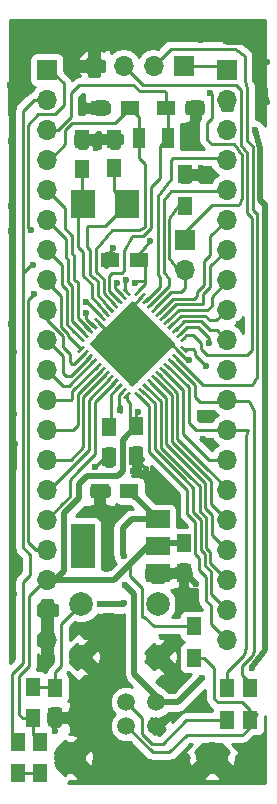
<source format=gbr>
G04 #@! TF.FileFunction,Copper,L1,Top,Signal*
%FSLAX46Y46*%
G04 Gerber Fmt 4.6, Leading zero omitted, Abs format (unit mm)*
G04 Created by KiCad (PCBNEW 4.0.7) date 03/25/21 13:56:31*
%MOMM*%
%LPD*%
G01*
G04 APERTURE LIST*
%ADD10C,0.100000*%
%ADD11R,1.500000X1.250000*%
%ADD12R,1.250000X1.500000*%
%ADD13C,2.000000*%
%ADD14R,1.300000X1.500000*%
%ADD15R,2.000000X3.800000*%
%ADD16R,2.000000X1.500000*%
%ADD17R,1.700000X1.700000*%
%ADD18O,1.700000X1.700000*%
%ADD19C,1.520000*%
%ADD20C,2.700000*%
%ADD21R,1.000000X1.800000*%
%ADD22R,2.000000X2.400000*%
%ADD23C,0.600000*%
%ADD24C,0.250000*%
%ADD25C,0.350000*%
%ADD26C,0.500000*%
G04 APERTURE END LIST*
D10*
D11*
X71188000Y-37386000D03*
X73688000Y-37386000D03*
D10*
G36*
X67572505Y-52828194D02*
X67749282Y-52651417D01*
X68244257Y-53146392D01*
X68067480Y-53323169D01*
X67572505Y-52828194D01*
X67572505Y-52828194D01*
G37*
G36*
X67218951Y-53181748D02*
X67395728Y-53004971D01*
X67890703Y-53499946D01*
X67713926Y-53676723D01*
X67218951Y-53181748D01*
X67218951Y-53181748D01*
G37*
G36*
X66865398Y-53535301D02*
X67042175Y-53358524D01*
X67537150Y-53853499D01*
X67360373Y-54030276D01*
X66865398Y-53535301D01*
X66865398Y-53535301D01*
G37*
G36*
X66511844Y-53888854D02*
X66688621Y-53712077D01*
X67183596Y-54207052D01*
X67006819Y-54383829D01*
X66511844Y-53888854D01*
X66511844Y-53888854D01*
G37*
G36*
X66158291Y-54242408D02*
X66335068Y-54065631D01*
X66830043Y-54560606D01*
X66653266Y-54737383D01*
X66158291Y-54242408D01*
X66158291Y-54242408D01*
G37*
G36*
X65804738Y-54595961D02*
X65981515Y-54419184D01*
X66476490Y-54914159D01*
X66299713Y-55090936D01*
X65804738Y-54595961D01*
X65804738Y-54595961D01*
G37*
G36*
X65451184Y-54949515D02*
X65627961Y-54772738D01*
X66122936Y-55267713D01*
X65946159Y-55444490D01*
X65451184Y-54949515D01*
X65451184Y-54949515D01*
G37*
G36*
X65097631Y-55303068D02*
X65274408Y-55126291D01*
X65769383Y-55621266D01*
X65592606Y-55798043D01*
X65097631Y-55303068D01*
X65097631Y-55303068D01*
G37*
G36*
X64744077Y-55656621D02*
X64920854Y-55479844D01*
X65415829Y-55974819D01*
X65239052Y-56151596D01*
X64744077Y-55656621D01*
X64744077Y-55656621D01*
G37*
G36*
X64390524Y-56010175D02*
X64567301Y-55833398D01*
X65062276Y-56328373D01*
X64885499Y-56505150D01*
X64390524Y-56010175D01*
X64390524Y-56010175D01*
G37*
G36*
X64036971Y-56363728D02*
X64213748Y-56186951D01*
X64708723Y-56681926D01*
X64531946Y-56858703D01*
X64036971Y-56363728D01*
X64036971Y-56363728D01*
G37*
G36*
X63683417Y-56717282D02*
X63860194Y-56540505D01*
X64355169Y-57035480D01*
X64178392Y-57212257D01*
X63683417Y-56717282D01*
X63683417Y-56717282D01*
G37*
G36*
X63860194Y-58131495D02*
X63683417Y-57954718D01*
X64178392Y-57459743D01*
X64355169Y-57636520D01*
X63860194Y-58131495D01*
X63860194Y-58131495D01*
G37*
G36*
X64213748Y-58485049D02*
X64036971Y-58308272D01*
X64531946Y-57813297D01*
X64708723Y-57990074D01*
X64213748Y-58485049D01*
X64213748Y-58485049D01*
G37*
G36*
X64567301Y-58838602D02*
X64390524Y-58661825D01*
X64885499Y-58166850D01*
X65062276Y-58343627D01*
X64567301Y-58838602D01*
X64567301Y-58838602D01*
G37*
G36*
X64920854Y-59192156D02*
X64744077Y-59015379D01*
X65239052Y-58520404D01*
X65415829Y-58697181D01*
X64920854Y-59192156D01*
X64920854Y-59192156D01*
G37*
G36*
X65274408Y-59545709D02*
X65097631Y-59368932D01*
X65592606Y-58873957D01*
X65769383Y-59050734D01*
X65274408Y-59545709D01*
X65274408Y-59545709D01*
G37*
G36*
X65627961Y-59899262D02*
X65451184Y-59722485D01*
X65946159Y-59227510D01*
X66122936Y-59404287D01*
X65627961Y-59899262D01*
X65627961Y-59899262D01*
G37*
G36*
X65981515Y-60252816D02*
X65804738Y-60076039D01*
X66299713Y-59581064D01*
X66476490Y-59757841D01*
X65981515Y-60252816D01*
X65981515Y-60252816D01*
G37*
G36*
X66335068Y-60606369D02*
X66158291Y-60429592D01*
X66653266Y-59934617D01*
X66830043Y-60111394D01*
X66335068Y-60606369D01*
X66335068Y-60606369D01*
G37*
G36*
X66688621Y-60959923D02*
X66511844Y-60783146D01*
X67006819Y-60288171D01*
X67183596Y-60464948D01*
X66688621Y-60959923D01*
X66688621Y-60959923D01*
G37*
G36*
X67042175Y-61313476D02*
X66865398Y-61136699D01*
X67360373Y-60641724D01*
X67537150Y-60818501D01*
X67042175Y-61313476D01*
X67042175Y-61313476D01*
G37*
G36*
X67395728Y-61667029D02*
X67218951Y-61490252D01*
X67713926Y-60995277D01*
X67890703Y-61172054D01*
X67395728Y-61667029D01*
X67395728Y-61667029D01*
G37*
G36*
X67749282Y-62020583D02*
X67572505Y-61843806D01*
X68067480Y-61348831D01*
X68244257Y-61525608D01*
X67749282Y-62020583D01*
X67749282Y-62020583D01*
G37*
G36*
X68491743Y-61525608D02*
X68668520Y-61348831D01*
X69163495Y-61843806D01*
X68986718Y-62020583D01*
X68491743Y-61525608D01*
X68491743Y-61525608D01*
G37*
G36*
X68845297Y-61172054D02*
X69022074Y-60995277D01*
X69517049Y-61490252D01*
X69340272Y-61667029D01*
X68845297Y-61172054D01*
X68845297Y-61172054D01*
G37*
G36*
X69198850Y-60818501D02*
X69375627Y-60641724D01*
X69870602Y-61136699D01*
X69693825Y-61313476D01*
X69198850Y-60818501D01*
X69198850Y-60818501D01*
G37*
G36*
X69552404Y-60464948D02*
X69729181Y-60288171D01*
X70224156Y-60783146D01*
X70047379Y-60959923D01*
X69552404Y-60464948D01*
X69552404Y-60464948D01*
G37*
G36*
X69905957Y-60111394D02*
X70082734Y-59934617D01*
X70577709Y-60429592D01*
X70400932Y-60606369D01*
X69905957Y-60111394D01*
X69905957Y-60111394D01*
G37*
G36*
X70259510Y-59757841D02*
X70436287Y-59581064D01*
X70931262Y-60076039D01*
X70754485Y-60252816D01*
X70259510Y-59757841D01*
X70259510Y-59757841D01*
G37*
G36*
X70613064Y-59404287D02*
X70789841Y-59227510D01*
X71284816Y-59722485D01*
X71108039Y-59899262D01*
X70613064Y-59404287D01*
X70613064Y-59404287D01*
G37*
G36*
X70966617Y-59050734D02*
X71143394Y-58873957D01*
X71638369Y-59368932D01*
X71461592Y-59545709D01*
X70966617Y-59050734D01*
X70966617Y-59050734D01*
G37*
G36*
X71320171Y-58697181D02*
X71496948Y-58520404D01*
X71991923Y-59015379D01*
X71815146Y-59192156D01*
X71320171Y-58697181D01*
X71320171Y-58697181D01*
G37*
G36*
X71673724Y-58343627D02*
X71850501Y-58166850D01*
X72345476Y-58661825D01*
X72168699Y-58838602D01*
X71673724Y-58343627D01*
X71673724Y-58343627D01*
G37*
G36*
X72027277Y-57990074D02*
X72204054Y-57813297D01*
X72699029Y-58308272D01*
X72522252Y-58485049D01*
X72027277Y-57990074D01*
X72027277Y-57990074D01*
G37*
G36*
X72380831Y-57636520D02*
X72557608Y-57459743D01*
X73052583Y-57954718D01*
X72875806Y-58131495D01*
X72380831Y-57636520D01*
X72380831Y-57636520D01*
G37*
G36*
X72557608Y-57212257D02*
X72380831Y-57035480D01*
X72875806Y-56540505D01*
X73052583Y-56717282D01*
X72557608Y-57212257D01*
X72557608Y-57212257D01*
G37*
G36*
X72204054Y-56858703D02*
X72027277Y-56681926D01*
X72522252Y-56186951D01*
X72699029Y-56363728D01*
X72204054Y-56858703D01*
X72204054Y-56858703D01*
G37*
G36*
X71850501Y-56505150D02*
X71673724Y-56328373D01*
X72168699Y-55833398D01*
X72345476Y-56010175D01*
X71850501Y-56505150D01*
X71850501Y-56505150D01*
G37*
G36*
X71496948Y-56151596D02*
X71320171Y-55974819D01*
X71815146Y-55479844D01*
X71991923Y-55656621D01*
X71496948Y-56151596D01*
X71496948Y-56151596D01*
G37*
G36*
X71143394Y-55798043D02*
X70966617Y-55621266D01*
X71461592Y-55126291D01*
X71638369Y-55303068D01*
X71143394Y-55798043D01*
X71143394Y-55798043D01*
G37*
G36*
X70789841Y-55444490D02*
X70613064Y-55267713D01*
X71108039Y-54772738D01*
X71284816Y-54949515D01*
X70789841Y-55444490D01*
X70789841Y-55444490D01*
G37*
G36*
X70436287Y-55090936D02*
X70259510Y-54914159D01*
X70754485Y-54419184D01*
X70931262Y-54595961D01*
X70436287Y-55090936D01*
X70436287Y-55090936D01*
G37*
G36*
X70082734Y-54737383D02*
X69905957Y-54560606D01*
X70400932Y-54065631D01*
X70577709Y-54242408D01*
X70082734Y-54737383D01*
X70082734Y-54737383D01*
G37*
G36*
X69729181Y-54383829D02*
X69552404Y-54207052D01*
X70047379Y-53712077D01*
X70224156Y-53888854D01*
X69729181Y-54383829D01*
X69729181Y-54383829D01*
G37*
G36*
X69375627Y-54030276D02*
X69198850Y-53853499D01*
X69693825Y-53358524D01*
X69870602Y-53535301D01*
X69375627Y-54030276D01*
X69375627Y-54030276D01*
G37*
G36*
X69022074Y-53676723D02*
X68845297Y-53499946D01*
X69340272Y-53004971D01*
X69517049Y-53181748D01*
X69022074Y-53676723D01*
X69022074Y-53676723D01*
G37*
G36*
X68668520Y-53323169D02*
X68491743Y-53146392D01*
X68986718Y-52651417D01*
X69163495Y-52828194D01*
X68668520Y-53323169D01*
X68668520Y-53323169D01*
G37*
G36*
X67457600Y-60067200D02*
X68368000Y-59156800D01*
X69278400Y-60067200D01*
X68368000Y-60977600D01*
X67457600Y-60067200D01*
X67457600Y-60067200D01*
G37*
G36*
X68368000Y-59156800D02*
X69278400Y-58246400D01*
X70188800Y-59156800D01*
X69278400Y-60067200D01*
X68368000Y-59156800D01*
X68368000Y-59156800D01*
G37*
G36*
X69278400Y-58246400D02*
X70188800Y-57336000D01*
X71099200Y-58246400D01*
X70188800Y-59156800D01*
X69278400Y-58246400D01*
X69278400Y-58246400D01*
G37*
G36*
X70188800Y-57336000D02*
X71099200Y-56425600D01*
X72009600Y-57336000D01*
X71099200Y-58246400D01*
X70188800Y-57336000D01*
X70188800Y-57336000D01*
G37*
G36*
X66547200Y-59156800D02*
X67457600Y-58246400D01*
X68368000Y-59156800D01*
X67457600Y-60067200D01*
X66547200Y-59156800D01*
X66547200Y-59156800D01*
G37*
G36*
X67457600Y-58246400D02*
X68368000Y-57336000D01*
X69278400Y-58246400D01*
X68368000Y-59156800D01*
X67457600Y-58246400D01*
X67457600Y-58246400D01*
G37*
G36*
X68368000Y-57336000D02*
X69278400Y-56425600D01*
X70188800Y-57336000D01*
X69278400Y-58246400D01*
X68368000Y-57336000D01*
X68368000Y-57336000D01*
G37*
G36*
X69278400Y-56425600D02*
X70188800Y-55515200D01*
X71099200Y-56425600D01*
X70188800Y-57336000D01*
X69278400Y-56425600D01*
X69278400Y-56425600D01*
G37*
G36*
X65636800Y-58246400D02*
X66547200Y-57336000D01*
X67457600Y-58246400D01*
X66547200Y-59156800D01*
X65636800Y-58246400D01*
X65636800Y-58246400D01*
G37*
G36*
X66547200Y-57336000D02*
X67457600Y-56425600D01*
X68368000Y-57336000D01*
X67457600Y-58246400D01*
X66547200Y-57336000D01*
X66547200Y-57336000D01*
G37*
G36*
X67457600Y-56425600D02*
X68368000Y-55515200D01*
X69278400Y-56425600D01*
X68368000Y-57336000D01*
X67457600Y-56425600D01*
X67457600Y-56425600D01*
G37*
G36*
X68368000Y-55515200D02*
X69278400Y-54604800D01*
X70188800Y-55515200D01*
X69278400Y-56425600D01*
X68368000Y-55515200D01*
X68368000Y-55515200D01*
G37*
G36*
X64726400Y-57336000D02*
X65636800Y-56425600D01*
X66547200Y-57336000D01*
X65636800Y-58246400D01*
X64726400Y-57336000D01*
X64726400Y-57336000D01*
G37*
G36*
X65636800Y-56425600D02*
X66547200Y-55515200D01*
X67457600Y-56425600D01*
X66547200Y-57336000D01*
X65636800Y-56425600D01*
X65636800Y-56425600D01*
G37*
G36*
X66547200Y-55515200D02*
X67457600Y-54604800D01*
X68368000Y-55515200D01*
X67457600Y-56425600D01*
X66547200Y-55515200D01*
X66547200Y-55515200D01*
G37*
G36*
X67457600Y-54604800D02*
X68368000Y-53694400D01*
X69278400Y-54604800D01*
X68368000Y-55515200D01*
X67457600Y-54604800D01*
X67457600Y-54604800D01*
G37*
D12*
X72688000Y-76756000D03*
X72688000Y-74256000D03*
D13*
X64028000Y-83866000D03*
X64028000Y-79366000D03*
X70528000Y-83866000D03*
X70528000Y-79366000D03*
D14*
X78308000Y-86516000D03*
X78308000Y-89216000D03*
D15*
X64188000Y-74496000D03*
D16*
X70488000Y-74496000D03*
X70488000Y-72196000D03*
X70488000Y-76796000D03*
D11*
X66438000Y-50276000D03*
X68938000Y-50276000D03*
D12*
X64118000Y-42526000D03*
X64118000Y-40026000D03*
D17*
X61110000Y-34158000D03*
D18*
X61110000Y-36698000D03*
X61110000Y-39238000D03*
X61110000Y-41778000D03*
X61110000Y-44318000D03*
X61110000Y-46858000D03*
X61110000Y-49398000D03*
X61110000Y-51938000D03*
X61110000Y-54478000D03*
X61110000Y-57018000D03*
X61110000Y-59558000D03*
X61110000Y-62098000D03*
X61110000Y-64638000D03*
X61110000Y-67178000D03*
X61110000Y-69718000D03*
X61110000Y-72258000D03*
X61110000Y-74798000D03*
X61110000Y-77338000D03*
X61110000Y-79878000D03*
X61110000Y-82418000D03*
D17*
X76350000Y-34158000D03*
D18*
X76350000Y-36698000D03*
X76350000Y-39238000D03*
X76350000Y-41778000D03*
X76350000Y-44318000D03*
X76350000Y-46858000D03*
X76350000Y-49398000D03*
X76350000Y-51938000D03*
X76350000Y-54478000D03*
X76350000Y-57018000D03*
X76350000Y-59558000D03*
X76350000Y-62098000D03*
X76350000Y-64638000D03*
X76350000Y-67178000D03*
X76350000Y-69718000D03*
X76350000Y-72258000D03*
X76350000Y-74798000D03*
X76350000Y-77338000D03*
X76350000Y-79878000D03*
X76350000Y-82418000D03*
D17*
X72694800Y-33807400D03*
D18*
X70154800Y-33807400D03*
X67614800Y-33807400D03*
X65074800Y-33807400D03*
D19*
X67828000Y-87706000D03*
X70368000Y-87706000D03*
X70368000Y-89706000D03*
X67828000Y-89706000D03*
D20*
X63098000Y-92406000D03*
X75098000Y-92406000D03*
D12*
X66838000Y-42516000D03*
X66838000Y-40016000D03*
D11*
X68148000Y-37386000D03*
X65648000Y-37386000D03*
D14*
X73578000Y-81256000D03*
X73578000Y-83956000D03*
X76398000Y-86476000D03*
X76398000Y-89176000D03*
X58688000Y-91036000D03*
X58688000Y-93736000D03*
D12*
X68658000Y-66846000D03*
X68658000Y-64346000D03*
X61808000Y-86486000D03*
X61808000Y-88986000D03*
D14*
X60568000Y-93736000D03*
X60568000Y-91036000D03*
X59938000Y-89076000D03*
X59938000Y-86376000D03*
D21*
X68878000Y-39946000D03*
X71378000Y-39946000D03*
D22*
X67898000Y-45496000D03*
X64198000Y-45496000D03*
D11*
X65608000Y-69816000D03*
X68108000Y-69816000D03*
D12*
X66398000Y-66916000D03*
X66398000Y-64416000D03*
D14*
X72828000Y-45716000D03*
X72828000Y-43016000D03*
D17*
X72788000Y-48556000D03*
D18*
X72788000Y-51096000D03*
D23*
X67068000Y-52196000D03*
X59978000Y-50666000D03*
X69528000Y-67996000D03*
X67328000Y-62976000D03*
X75148000Y-65906000D03*
X74308000Y-65446000D03*
X75208000Y-63396000D03*
X74098000Y-63216000D03*
X73178000Y-58746000D03*
X77358000Y-55686000D03*
X66547200Y-56425600D03*
X68038000Y-56586000D03*
X69278400Y-57336000D03*
X68798000Y-58776000D03*
X66547200Y-58246400D03*
X58338000Y-78516000D03*
X58228000Y-76136000D03*
X58228000Y-73506000D03*
X58148000Y-70636000D03*
X58258000Y-68116000D03*
X58398000Y-65826000D03*
X58368000Y-63286000D03*
X58258000Y-60616000D03*
X58368000Y-58066000D03*
X58098000Y-55706000D03*
X58138000Y-53076000D03*
X58278000Y-50406000D03*
X58058000Y-47776000D03*
X58118000Y-45706000D03*
X58228000Y-42246000D03*
X58118000Y-40176000D03*
X58278000Y-38226000D03*
X58008000Y-35486000D03*
X58338000Y-32856000D03*
X60128000Y-31966000D03*
X61918000Y-31686000D03*
X63928000Y-31796000D03*
X66498000Y-31796000D03*
X68848000Y-31626000D03*
X71468000Y-31576000D03*
X74208000Y-31626000D03*
X76278000Y-31736000D03*
X78678000Y-31856000D03*
X79718000Y-33526000D03*
X79768000Y-36866000D03*
X66718000Y-49226000D03*
X64148000Y-37276000D03*
X73748000Y-38876000D03*
X74178000Y-42486000D03*
X65648000Y-39826000D03*
X65268000Y-40776000D03*
X65208000Y-67756000D03*
X68398000Y-68116000D03*
X66038000Y-71356000D03*
X66238000Y-72876000D03*
X66248000Y-74696000D03*
X66198000Y-76466000D03*
X67768000Y-91466000D03*
X65878000Y-91246000D03*
X64788000Y-90116000D03*
X63568000Y-89716000D03*
X61828000Y-90126000D03*
X73778000Y-77726000D03*
X72378000Y-78276000D03*
X72238000Y-79656000D03*
X64428000Y-53816000D03*
X60048000Y-53151000D03*
X67668000Y-79346000D03*
X65628000Y-79356000D03*
X74968000Y-36086000D03*
X64428000Y-54716000D03*
X68578000Y-52246000D03*
X68848000Y-63116000D03*
X74598000Y-59236000D03*
X69868000Y-48636000D03*
X59748000Y-47756000D03*
X67828000Y-51916000D03*
X78718000Y-39246000D03*
X78508000Y-84806000D03*
X74218000Y-85696000D03*
X67738000Y-77756000D03*
X67608000Y-75326000D03*
X74808000Y-57306000D03*
D24*
X59072998Y-77936000D02*
X59072998Y-77551002D01*
X59678000Y-75206000D02*
X59072998Y-74600998D01*
X59678000Y-76946000D02*
X59678000Y-75206000D01*
X59072998Y-77551002D02*
X59678000Y-76946000D01*
X59072998Y-51416000D02*
X59072998Y-51391002D01*
X66888000Y-52674020D02*
X67554827Y-53340847D01*
X66888000Y-52376000D02*
X66888000Y-52674020D01*
X67068000Y-52196000D02*
X66888000Y-52376000D01*
X59798000Y-50666000D02*
X59978000Y-50666000D01*
X59072998Y-51391002D02*
X59798000Y-50666000D01*
X59072998Y-53956000D02*
X59072998Y-51416000D01*
X59072998Y-51416000D02*
X59072998Y-37621002D01*
X59996000Y-36698000D02*
X61110000Y-36698000D01*
X59072998Y-37621002D02*
X59996000Y-36698000D01*
X58178000Y-86006000D02*
X58178000Y-85276000D01*
X58178000Y-85276000D02*
X59072998Y-84381002D01*
X58178000Y-86006000D02*
X58178000Y-90526000D01*
X58178000Y-90526000D02*
X58688000Y-91036000D01*
X59072998Y-84101000D02*
X59072998Y-84381002D01*
X59072998Y-52951002D02*
X59072998Y-53956000D01*
X59072998Y-53956000D02*
X59072998Y-74600998D01*
X59072998Y-77936000D02*
X59072998Y-84101000D01*
X59072998Y-84101000D02*
X59072998Y-84321002D01*
X60501000Y-36698000D02*
X61110000Y-36698000D01*
X68658000Y-67126000D02*
X69528000Y-67996000D01*
X67188000Y-62706000D02*
X67328000Y-62976000D01*
X67188000Y-61666000D02*
X67188000Y-62706000D01*
X67188000Y-61666000D02*
X67522847Y-61331153D01*
X74768000Y-65906000D02*
X75148000Y-65906000D01*
X74308000Y-65446000D02*
X74768000Y-65906000D01*
X74278000Y-63396000D02*
X75208000Y-63396000D01*
X74098000Y-63216000D02*
X74278000Y-63396000D01*
X73008000Y-58746000D02*
X73178000Y-58746000D01*
X72411173Y-58149173D02*
X73008000Y-58746000D01*
X77328000Y-55716000D02*
X77328000Y-55766000D01*
X77358000Y-55686000D02*
X77328000Y-55716000D01*
X65433507Y-55462167D02*
X65433507Y-55501507D01*
X65433507Y-55501507D02*
X66357600Y-56425600D01*
X66357600Y-56425600D02*
X66547200Y-56425600D01*
X68038000Y-56586000D02*
X68788000Y-57336000D01*
X68788000Y-57336000D02*
X69278400Y-57336000D01*
X68798000Y-58776000D02*
X68268400Y-58246400D01*
X68268400Y-58246400D02*
X66547200Y-58246400D01*
D25*
X58338000Y-78516000D02*
X58228000Y-78406000D01*
X58228000Y-78406000D02*
X58228000Y-76136000D01*
X58228000Y-73506000D02*
X58148000Y-73426000D01*
X58148000Y-73426000D02*
X58148000Y-70636000D01*
X58258000Y-68116000D02*
X58398000Y-67976000D01*
X58398000Y-67976000D02*
X58398000Y-65826000D01*
X58368000Y-63286000D02*
X58258000Y-63176000D01*
X58258000Y-63176000D02*
X58258000Y-60616000D01*
X58098000Y-57796000D02*
X58098000Y-55706000D01*
X58368000Y-58066000D02*
X58098000Y-57796000D01*
X58138000Y-53076000D02*
X58278000Y-52936000D01*
X58278000Y-52936000D02*
X58278000Y-50406000D01*
X58058000Y-47776000D02*
X58118000Y-47716000D01*
X58118000Y-47716000D02*
X58118000Y-45706000D01*
X58228000Y-42246000D02*
X58118000Y-42136000D01*
X58118000Y-42136000D02*
X58118000Y-40176000D01*
X58278000Y-38226000D02*
X58008000Y-37956000D01*
X58008000Y-37956000D02*
X58008000Y-35486000D01*
X58338000Y-32856000D02*
X59228000Y-31966000D01*
X59228000Y-31966000D02*
X60128000Y-31966000D01*
X61918000Y-31686000D02*
X62028000Y-31796000D01*
X62028000Y-31796000D02*
X63928000Y-31796000D01*
X66498000Y-31796000D02*
X66668000Y-31626000D01*
X66668000Y-31626000D02*
X68848000Y-31626000D01*
X71468000Y-31576000D02*
X71518000Y-31626000D01*
X71518000Y-31626000D02*
X74208000Y-31626000D01*
X76278000Y-31736000D02*
X76398000Y-31856000D01*
X76398000Y-31856000D02*
X78678000Y-31856000D01*
X79718000Y-33526000D02*
X79458000Y-33856000D01*
X79458000Y-33856000D02*
X79768000Y-36866000D01*
D24*
X66438000Y-50276000D02*
X66438000Y-49506000D01*
X66438000Y-49506000D02*
X66718000Y-49226000D01*
X66347600Y-56425600D02*
X66547200Y-56425600D01*
X69181173Y-53340847D02*
X69153153Y-53340847D01*
X69153153Y-53340847D02*
X68368000Y-54126000D01*
X68368000Y-54126000D02*
X68368000Y-54604800D01*
X72363153Y-58149173D02*
X72411173Y-58149173D01*
X72363153Y-58149173D02*
X72363153Y-58081153D01*
X72363153Y-58081153D02*
X71618000Y-57336000D01*
X71618000Y-57336000D02*
X71099200Y-57336000D01*
X67554827Y-61331153D02*
X67522847Y-61331153D01*
X65648000Y-37386000D02*
X64258000Y-37386000D01*
X64258000Y-37386000D02*
X64148000Y-37276000D01*
X73688000Y-37386000D02*
X73688000Y-38816000D01*
X73688000Y-38816000D02*
X73748000Y-38876000D01*
X72828000Y-43016000D02*
X73648000Y-43016000D01*
X73648000Y-43016000D02*
X74178000Y-42486000D01*
X66118000Y-57336000D02*
X65636800Y-57336000D01*
X67297600Y-56425600D02*
X66547200Y-56425600D01*
X66838000Y-40016000D02*
X65838000Y-40016000D01*
X65838000Y-40016000D02*
X65648000Y-39826000D01*
X64118000Y-40026000D02*
X64518000Y-40026000D01*
X64518000Y-40026000D02*
X65268000Y-40776000D01*
X66398000Y-66916000D02*
X66048000Y-66916000D01*
X66048000Y-66916000D02*
X65208000Y-67756000D01*
X68658000Y-66846000D02*
X68658000Y-67126000D01*
X68658000Y-66846000D02*
X68658000Y-67856000D01*
X68658000Y-67856000D02*
X68398000Y-68116000D01*
X70406478Y-58249351D02*
X70471347Y-58249351D01*
X67754827Y-57931153D02*
X67792847Y-57931153D01*
X67792847Y-57931153D02*
X68568000Y-57156000D01*
X68568000Y-57156000D02*
X68568000Y-56667200D01*
X66038000Y-71356000D02*
X66238000Y-71556000D01*
X66238000Y-71556000D02*
X66238000Y-72876000D01*
X66248000Y-74696000D02*
X66198000Y-74746000D01*
X66198000Y-74746000D02*
X66198000Y-76466000D01*
X67768000Y-91466000D02*
X67548000Y-91246000D01*
X67548000Y-91246000D02*
X65878000Y-91246000D01*
X64788000Y-90116000D02*
X64388000Y-89716000D01*
X64388000Y-89716000D02*
X63568000Y-89716000D01*
X61828000Y-90126000D02*
X61808000Y-90106000D01*
X61808000Y-90106000D02*
X61808000Y-88986000D01*
D26*
X72688000Y-76756000D02*
X72808000Y-76756000D01*
X72808000Y-76756000D02*
X73778000Y-77726000D01*
X72378000Y-78276000D02*
X72238000Y-78416000D01*
X72238000Y-78416000D02*
X72238000Y-79656000D01*
D24*
X76228000Y-36576000D02*
X76350000Y-36698000D01*
X68108381Y-58284707D02*
X68079293Y-58284707D01*
X65298000Y-56835138D02*
X65315308Y-56835138D01*
X65315308Y-56835138D02*
X65987060Y-56163386D01*
X65315309Y-56835138D02*
X65298000Y-56835138D01*
X65660309Y-57188691D02*
X65668863Y-57188691D01*
X65668863Y-57188691D02*
X66340614Y-56516940D01*
X65668862Y-57188691D02*
X65660309Y-57188691D01*
X67047720Y-57224047D02*
X67036351Y-57224047D01*
X70795386Y-56516940D02*
X70795387Y-56516940D01*
X70441833Y-56870493D02*
X70486095Y-56870493D01*
X70486095Y-56870493D02*
X71157847Y-57542245D01*
X71113584Y-57542245D02*
X71157847Y-57542245D01*
X71113584Y-57542245D02*
X71144245Y-57542245D01*
X70088280Y-57224047D02*
X70146047Y-57224047D01*
X70146047Y-57224047D02*
X70817798Y-57895798D01*
X70760031Y-57895798D02*
X70817798Y-57895798D01*
X70760031Y-57895798D02*
X70797796Y-57895798D01*
X70098000Y-58602905D02*
X70052925Y-58602905D01*
X70052925Y-58602905D02*
X69381173Y-57931153D01*
X70052924Y-58602905D02*
X70098000Y-58602905D01*
X66694167Y-56929833D02*
X66694167Y-56870493D01*
X66838000Y-42516000D02*
X66838000Y-44436000D01*
X66838000Y-44436000D02*
X67898000Y-45496000D01*
X66494167Y-54401507D02*
X66483507Y-54401507D01*
X66483507Y-54401507D02*
X65448000Y-53236000D01*
X65448000Y-53236000D02*
X65448000Y-52046000D01*
X65448000Y-52046000D02*
X64778000Y-51506000D01*
X64778000Y-51506000D02*
X64778000Y-49426000D01*
X64778000Y-49426000D02*
X64488000Y-49136000D01*
X64488000Y-49136000D02*
X64488000Y-47456000D01*
X64488000Y-47456000D02*
X64588000Y-47356000D01*
X64588000Y-47356000D02*
X66038000Y-47356000D01*
X66038000Y-47356000D02*
X67898000Y-45496000D01*
X64118000Y-42526000D02*
X64118000Y-45416000D01*
X64118000Y-45416000D02*
X64198000Y-45496000D01*
X66140614Y-54755060D02*
X66140614Y-54738614D01*
X66140614Y-54738614D02*
X64978000Y-53416000D01*
X64978000Y-53416000D02*
X64978000Y-52266000D01*
X64978000Y-52266000D02*
X64168000Y-51616000D01*
X64168000Y-51616000D02*
X64168000Y-49546000D01*
X64168000Y-49546000D02*
X63768000Y-49146000D01*
X63768000Y-49146000D02*
X63768000Y-45926000D01*
X63768000Y-45926000D02*
X64198000Y-45496000D01*
X71378000Y-39946000D02*
X71378000Y-37576000D01*
X71378000Y-37576000D02*
X71188000Y-37386000D01*
X61110000Y-39238000D02*
X62026000Y-39238000D01*
X71188000Y-36096000D02*
X71188000Y-37386000D01*
X71078000Y-35986000D02*
X71188000Y-36096000D01*
X68968000Y-35986000D02*
X71078000Y-35986000D01*
X68428000Y-35446000D02*
X68968000Y-35986000D01*
X63828000Y-35446000D02*
X68428000Y-35446000D01*
X63118000Y-36156000D02*
X63828000Y-35446000D01*
X63118000Y-38146000D02*
X63118000Y-36156000D01*
X62026000Y-39238000D02*
X63118000Y-38146000D01*
X67201274Y-53694400D02*
X67196402Y-53694400D01*
X67196402Y-53694400D02*
X66388000Y-52885998D01*
X66388000Y-52885998D02*
X66388000Y-51596000D01*
X66388000Y-51596000D02*
X66618000Y-51366000D01*
X66618000Y-51366000D02*
X67448000Y-51366000D01*
X67448000Y-51366000D02*
X67678000Y-51136000D01*
X67678000Y-51136000D02*
X67678000Y-49486000D01*
X67678000Y-49486000D02*
X68338000Y-48246000D01*
X68338000Y-48246000D02*
X69298000Y-48246000D01*
X69298000Y-48246000D02*
X69968000Y-47596000D01*
X69968000Y-47596000D02*
X69948000Y-44076000D01*
X69948000Y-44076000D02*
X70698000Y-43326000D01*
X70698000Y-43326000D02*
X70698000Y-40626000D01*
X70698000Y-40626000D02*
X71378000Y-39946000D01*
X61110000Y-41778000D02*
X61356000Y-41778000D01*
X61356000Y-41778000D02*
X62678000Y-40456000D01*
X66868000Y-38666000D02*
X68148000Y-37386000D01*
X63234398Y-38666000D02*
X66868000Y-38666000D01*
X62678000Y-39222398D02*
X63234398Y-38666000D01*
X62678000Y-40456000D02*
X62678000Y-39222398D01*
X68878000Y-39946000D02*
X68878000Y-38116000D01*
X68878000Y-38116000D02*
X68148000Y-37386000D01*
X66847720Y-54047953D02*
X66847720Y-54035720D01*
X66847720Y-54035720D02*
X65928000Y-53086000D01*
X68878000Y-41586000D02*
X68878000Y-39946000D01*
X69398000Y-42106000D02*
X68878000Y-41586000D01*
X69398000Y-47506000D02*
X69398000Y-42106000D01*
X68918000Y-47696000D02*
X69398000Y-47506000D01*
X66658000Y-47696000D02*
X68918000Y-47696000D01*
X65288000Y-49356000D02*
X66658000Y-47696000D01*
X65288000Y-51245998D02*
X65288000Y-49356000D01*
X65928000Y-51855998D02*
X65288000Y-51245998D01*
X65928000Y-53086000D02*
X65928000Y-51855998D01*
X66847720Y-54047953D02*
X66829953Y-54047953D01*
X61110000Y-41778000D02*
X61110000Y-41624000D01*
X65787060Y-55108614D02*
X65787060Y-55095060D01*
X65787060Y-55095060D02*
X64508000Y-53816000D01*
X64508000Y-53816000D02*
X64428000Y-53816000D01*
X60048000Y-53151000D02*
X59523000Y-53676000D01*
X59523000Y-53676000D02*
X59523000Y-74126000D01*
X59523000Y-74126000D02*
X60195000Y-74798000D01*
X60195000Y-74798000D02*
X61110000Y-74798000D01*
X61808000Y-86486000D02*
X61808000Y-85176000D01*
X61808000Y-85176000D02*
X62348000Y-84636000D01*
X62348000Y-84636000D02*
X62348000Y-81046000D01*
X62348000Y-81046000D02*
X64028000Y-79366000D01*
X59938000Y-86376000D02*
X61698000Y-86376000D01*
X61698000Y-86376000D02*
X61808000Y-86486000D01*
D26*
X67668000Y-79346000D02*
X67608000Y-79406000D01*
X67608000Y-79406000D02*
X65628000Y-79356000D01*
D24*
X64536000Y-78858000D02*
X64028000Y-79366000D01*
X64536000Y-78858000D02*
X64028000Y-79366000D01*
X76398000Y-89176000D02*
X73728000Y-89176000D01*
X73728000Y-89176000D02*
X73708000Y-89196000D01*
X73708000Y-89196000D02*
X72938000Y-89196000D01*
X72938000Y-89196000D02*
X70918000Y-91216000D01*
X70918000Y-91216000D02*
X70008000Y-91216000D01*
X70008000Y-91216000D02*
X69148000Y-90356000D01*
X69148000Y-90356000D02*
X69148000Y-89026000D01*
X69148000Y-89026000D02*
X67828000Y-87706000D01*
X67828000Y-87706000D02*
X68068000Y-87706000D01*
X76398000Y-88746000D02*
X76398000Y-89176000D01*
X76728000Y-89806000D02*
X76618000Y-89806000D01*
X73578000Y-83956000D02*
X74458000Y-83956000D01*
X74458000Y-83956000D02*
X75268000Y-84766000D01*
X75268000Y-84766000D02*
X75268000Y-87426000D01*
X75268000Y-87426000D02*
X75568000Y-87726000D01*
X78308000Y-89216000D02*
X78308000Y-89866000D01*
X78308000Y-89866000D02*
X77678000Y-90496000D01*
X77678000Y-90496000D02*
X72948000Y-90496000D01*
X72948000Y-90496000D02*
X71498000Y-91946000D01*
X71498000Y-91946000D02*
X70068000Y-91946000D01*
X70068000Y-91946000D02*
X67828000Y-89706000D01*
X75568000Y-87726000D02*
X77658000Y-87726000D01*
X77658000Y-87726000D02*
X78308000Y-88376000D01*
X78308000Y-88376000D02*
X78308000Y-89216000D01*
X68178000Y-90056000D02*
X67828000Y-89706000D01*
X78878000Y-88716000D02*
X78308000Y-89286000D01*
X72788000Y-48556000D02*
X72788000Y-47896000D01*
X72788000Y-47896000D02*
X75088000Y-45596000D01*
X75068000Y-36186000D02*
X74968000Y-36086000D01*
X75068000Y-38276000D02*
X75068000Y-36186000D01*
X74678000Y-38666000D02*
X75068000Y-38276000D01*
X74678000Y-40076000D02*
X74678000Y-38666000D01*
X75058000Y-40456000D02*
X74678000Y-40076000D01*
X76928000Y-40446000D02*
X75058000Y-40456000D01*
X77628000Y-41366000D02*
X76928000Y-40446000D01*
X77638000Y-45026000D02*
X77628000Y-41366000D01*
X77398000Y-45596000D02*
X77638000Y-45026000D01*
X75088000Y-45596000D02*
X77398000Y-45596000D01*
X65079953Y-55815720D02*
X65027720Y-55815720D01*
X65027720Y-55815720D02*
X64458000Y-55246000D01*
X64458000Y-55246000D02*
X64428000Y-54716000D01*
X68578000Y-52246000D02*
X68818000Y-52006000D01*
X68818000Y-52006000D02*
X69438000Y-52006000D01*
X68658000Y-64346000D02*
X68658000Y-63306000D01*
X68658000Y-63306000D02*
X68848000Y-63116000D01*
X67908381Y-61684707D02*
X67908381Y-62135619D01*
X68138000Y-62365238D02*
X68138000Y-63826000D01*
X67908381Y-62135619D02*
X68138000Y-62365238D01*
X68138000Y-63826000D02*
X68658000Y-64346000D01*
X73578000Y-81256000D02*
X73848000Y-81256000D01*
X73357619Y-57795619D02*
X72716707Y-57795619D01*
X74598000Y-59236000D02*
X73688000Y-58326000D01*
X73688000Y-58326000D02*
X73688000Y-57986000D01*
X73688000Y-57986000D02*
X73508000Y-57806000D01*
X73508000Y-57806000D02*
X73368000Y-57806000D01*
X73368000Y-57806000D02*
X73357619Y-57795619D01*
X68938000Y-50276000D02*
X68938000Y-49726000D01*
X68938000Y-49726000D02*
X69868000Y-48636000D01*
X68827619Y-52987293D02*
X68827619Y-52926381D01*
X68827619Y-52926381D02*
X69438000Y-52316000D01*
X69438000Y-52316000D02*
X69438000Y-52006000D01*
X69438000Y-52006000D02*
X69438000Y-50776000D01*
X69438000Y-50776000D02*
X68938000Y-50276000D01*
X68827619Y-52987293D02*
X68827619Y-52976381D01*
X68827619Y-52987293D02*
X68827619Y-52946381D01*
X67908381Y-61684707D02*
X67899293Y-61684707D01*
X68288000Y-63976000D02*
X68658000Y-64346000D01*
D26*
X63858000Y-70146000D02*
X63858000Y-69226000D01*
X67538000Y-65466000D02*
X68658000Y-64346000D01*
X67538000Y-68156000D02*
X67538000Y-65466000D01*
X67148000Y-68546000D02*
X67538000Y-68156000D01*
X64538000Y-68546000D02*
X67148000Y-68546000D01*
X63858000Y-69226000D02*
X64538000Y-68546000D01*
D24*
X69188000Y-80456000D02*
X69348000Y-80456000D01*
X69348000Y-80456000D02*
X70148000Y-81256000D01*
X70148000Y-81256000D02*
X73578000Y-81256000D01*
X68138000Y-76016000D02*
X68138000Y-77016000D01*
X68138000Y-77016000D02*
X69188000Y-78066000D01*
X69188000Y-78066000D02*
X69188000Y-80456000D01*
D26*
X72688000Y-74256000D02*
X70728000Y-74256000D01*
X70728000Y-74256000D02*
X70488000Y-74496000D01*
D24*
X59938000Y-89076000D02*
X59938000Y-90406000D01*
X59938000Y-90406000D02*
X60568000Y-91036000D01*
X59598000Y-84316000D02*
X59598000Y-84656000D01*
X59598000Y-84656000D02*
X58778000Y-85476000D01*
X58778000Y-85476000D02*
X58778000Y-88756000D01*
X58778000Y-88756000D02*
X59098000Y-89076000D01*
X59098000Y-89076000D02*
X59938000Y-89076000D01*
D26*
X70488000Y-74496000D02*
X69658000Y-74496000D01*
X69658000Y-74496000D02*
X68138000Y-76016000D01*
X68138000Y-76016000D02*
X66816000Y-77338000D01*
X66816000Y-77338000D02*
X61110000Y-77338000D01*
X61110000Y-77338000D02*
X61836000Y-77338000D01*
X61836000Y-77338000D02*
X62608000Y-76566000D01*
X63858000Y-70456000D02*
X63858000Y-70146000D01*
X62608000Y-71706000D02*
X63858000Y-70456000D01*
X62608000Y-76566000D02*
X62608000Y-71706000D01*
D24*
X61110000Y-77338000D02*
X60986000Y-77338000D01*
X60986000Y-77338000D02*
X59598000Y-78726000D01*
X59598000Y-78726000D02*
X59598000Y-84316000D01*
X59598000Y-84316000D02*
X59598000Y-84426000D01*
X72694800Y-33807400D02*
X75999400Y-33807400D01*
X75999400Y-33807400D02*
X76350000Y-34158000D01*
X78538004Y-40656000D02*
X78538002Y-40656000D01*
X77858000Y-35146000D02*
X77858000Y-32986000D01*
X78078000Y-35736000D02*
X77858000Y-35146000D01*
X78068000Y-40076000D02*
X78078000Y-35736000D01*
X78538002Y-40656000D02*
X78068000Y-40076000D01*
X78938000Y-46306000D02*
X78848004Y-46306000D01*
X77858000Y-32986000D02*
X77068000Y-32366000D01*
X78538004Y-45996000D02*
X78538004Y-40656000D01*
X78848004Y-46306000D02*
X78538004Y-45996000D01*
X77518000Y-60816000D02*
X77488000Y-60846000D01*
X78498000Y-60816000D02*
X77518000Y-60816000D01*
X78938000Y-60206000D02*
X78498000Y-60816000D01*
X78938000Y-46306000D02*
X78938000Y-60206000D01*
X72009600Y-58502726D02*
X72009600Y-58527600D01*
X72009600Y-58527600D02*
X74328000Y-60846000D01*
X74328000Y-60846000D02*
X77568000Y-60846000D01*
X72009600Y-58502726D02*
X72009600Y-58547600D01*
X71596200Y-32366000D02*
X70154800Y-33807400D01*
X77068000Y-32366000D02*
X71596200Y-32366000D01*
X78088000Y-41196000D02*
X78088000Y-41176002D01*
X77548000Y-35896000D02*
X77548000Y-35876000D01*
X77588000Y-36016000D02*
X77548000Y-35896000D01*
X77588000Y-40516000D02*
X77588000Y-36016000D01*
X78088000Y-41176002D02*
X77588000Y-40516000D01*
X78477998Y-46906000D02*
X78477998Y-46685998D01*
X77548000Y-35876000D02*
X77118000Y-35446000D01*
X78088002Y-46296002D02*
X78088000Y-41196000D01*
X78477998Y-46685998D02*
X78088002Y-46296002D01*
X77208000Y-58306000D02*
X78058000Y-58306000D01*
X77118000Y-35446000D02*
X77088000Y-35446000D01*
X78477998Y-57846002D02*
X78477998Y-46906000D01*
X78058000Y-58306000D02*
X78477998Y-57846002D01*
X72716707Y-56876381D02*
X72716707Y-56837293D01*
X72716707Y-56837293D02*
X72918000Y-56636000D01*
X72918000Y-56636000D02*
X73518000Y-56636000D01*
X73518000Y-56636000D02*
X74158000Y-57276000D01*
X74158000Y-57276000D02*
X74158000Y-57796000D01*
X74158000Y-57796000D02*
X74668000Y-58306000D01*
X74668000Y-58306000D02*
X77208000Y-58306000D01*
X77088000Y-35446000D02*
X69253400Y-35446000D01*
X69253400Y-35446000D02*
X67614800Y-33807400D01*
X59748000Y-47756000D02*
X59748000Y-47751000D01*
X67738000Y-52376000D02*
X67828000Y-51916000D01*
X67708000Y-52726000D02*
X67738000Y-52376000D01*
X62558000Y-35316000D02*
X61400000Y-34158000D01*
X62558000Y-37146000D02*
X62558000Y-35316000D01*
X61768000Y-37936000D02*
X62558000Y-37146000D01*
X60408000Y-37936000D02*
X61768000Y-37936000D01*
X59523000Y-38821000D02*
X60408000Y-37936000D01*
X59523000Y-47526000D02*
X59523000Y-38821000D01*
X59748000Y-47751000D02*
X59523000Y-47526000D01*
X61400000Y-34158000D02*
X61110000Y-34158000D01*
X67908381Y-52987293D02*
X67879293Y-52987293D01*
X67879293Y-52987293D02*
X67618000Y-52726000D01*
X67618000Y-52726000D02*
X67708000Y-52726000D01*
D26*
X79593000Y-45556000D02*
X79528000Y-45556000D01*
X79593000Y-83316000D02*
X79593000Y-45556000D01*
X78443000Y-84741000D02*
X79593000Y-83316000D01*
X78508000Y-84806000D02*
X78443000Y-84741000D01*
X72208000Y-87706000D02*
X74218000Y-85696000D01*
X70368000Y-87706000D02*
X72208000Y-87706000D01*
X79528000Y-45556000D02*
X79178000Y-45206000D01*
X79178000Y-45206000D02*
X79178000Y-40786000D01*
X79178000Y-40786000D02*
X78718000Y-39246000D01*
X70368000Y-87706000D02*
X70368000Y-87196000D01*
X70368000Y-87196000D02*
X68518000Y-85346000D01*
X68518000Y-85346000D02*
X68518000Y-78536000D01*
X68518000Y-78536000D02*
X67738000Y-77756000D01*
X67608000Y-75326000D02*
X67528000Y-75246000D01*
X67528000Y-75246000D02*
X67528000Y-72966000D01*
X67528000Y-72966000D02*
X68298000Y-72196000D01*
X68298000Y-72196000D02*
X70488000Y-72196000D01*
X70488000Y-72196000D02*
X68108000Y-69816000D01*
X70368000Y-87706000D02*
X70368000Y-87096000D01*
X70108000Y-72196000D02*
X70488000Y-72196000D01*
D24*
X70528000Y-47946000D02*
X70528000Y-44806000D01*
X71768000Y-41606000D02*
X76178000Y-41606000D01*
X71598000Y-41776000D02*
X71768000Y-41606000D01*
X71598000Y-43466000D02*
X71598000Y-41776000D01*
X71288000Y-43776000D02*
X71598000Y-43466000D01*
X71288000Y-43796000D02*
X71288000Y-43776000D01*
X70528000Y-44806000D02*
X71288000Y-43796000D01*
X76178000Y-41606000D02*
X76350000Y-41778000D01*
X69534726Y-53694400D02*
X69539600Y-53694400D01*
X69539600Y-53694400D02*
X70698000Y-52536000D01*
X70698000Y-52536000D02*
X70698000Y-51826000D01*
X70698000Y-51826000D02*
X70548000Y-51456000D01*
X70548000Y-51456000D02*
X70528000Y-47946000D01*
X76218000Y-41646000D02*
X76350000Y-41778000D01*
X63763002Y-53936000D02*
X63763002Y-55205876D01*
X63763002Y-55205876D02*
X64726400Y-56169274D01*
X63763002Y-52140998D02*
X63763002Y-53936000D01*
X63763002Y-53936000D02*
X63763002Y-53954604D01*
X64726400Y-56169274D02*
X64711274Y-56169274D01*
X64711274Y-56169274D02*
X64288002Y-55766002D01*
X63763002Y-52140998D02*
X63428004Y-51926000D01*
X63428004Y-51926000D02*
X63428004Y-49956004D01*
X63428004Y-49956004D02*
X63268000Y-49676000D01*
X63268000Y-49676000D02*
X63268000Y-48206000D01*
X63268000Y-48206000D02*
X62658000Y-47596000D01*
X62658000Y-47596000D02*
X62658000Y-45872398D01*
X62658000Y-45872398D02*
X61110000Y-44324398D01*
X61110000Y-44324398D02*
X61110000Y-44318000D01*
X70998000Y-47446000D02*
X71008000Y-45206000D01*
X71618000Y-44436000D02*
X76232000Y-44436000D01*
X71008000Y-45206000D02*
X71618000Y-44436000D01*
X76232000Y-44436000D02*
X76350000Y-44318000D01*
X69888280Y-54047953D02*
X69888280Y-54035720D01*
X69888280Y-54035720D02*
X71418000Y-52506000D01*
X71418000Y-52506000D02*
X71418000Y-51836000D01*
X71418000Y-51836000D02*
X70998000Y-51266000D01*
X70998000Y-51266000D02*
X70998000Y-47446000D01*
X76350000Y-43818000D02*
X76350000Y-44318000D01*
X76350000Y-43938000D02*
X76350000Y-44318000D01*
X76350000Y-43648000D02*
X76350000Y-44318000D01*
X63268002Y-54096002D02*
X63268002Y-55436002D01*
X63268002Y-55436002D02*
X63838000Y-56006000D01*
X64372847Y-56520847D02*
X63838000Y-56006000D01*
X63268002Y-54096002D02*
X63268002Y-52465598D01*
X62718000Y-48466000D02*
X61110000Y-46858000D01*
X62718000Y-49986000D02*
X62718000Y-48466000D01*
X62868000Y-50236000D02*
X62718000Y-49986000D01*
X62868000Y-52106000D02*
X62868000Y-50236000D01*
X63268002Y-52465598D02*
X62868000Y-52106000D01*
X64372847Y-56522827D02*
X64372847Y-56520847D01*
X61110000Y-46858000D02*
X61110000Y-46928000D01*
X70595386Y-54755060D02*
X70628940Y-54755060D01*
X70628940Y-54755060D02*
X71838002Y-53545998D01*
X71838002Y-53545998D02*
X73578002Y-53545998D01*
X73578002Y-53545998D02*
X73838000Y-53286000D01*
X73838000Y-53286000D02*
X73838000Y-52935998D01*
X73838000Y-52935998D02*
X74418000Y-52355998D01*
X74418000Y-52355998D02*
X74418000Y-50326000D01*
X74418000Y-50326000D02*
X74938000Y-49806000D01*
X74938000Y-49806000D02*
X74938000Y-48270000D01*
X74938000Y-48270000D02*
X76350000Y-46858000D01*
X62788000Y-55066000D02*
X62788000Y-55666000D01*
X63998381Y-56876381D02*
X63368004Y-56246004D01*
X62788000Y-52816000D02*
X62788000Y-54336006D01*
X62788000Y-52816000D02*
X62398000Y-52386000D01*
X62398000Y-52386000D02*
X62398000Y-50686000D01*
X62398000Y-50686000D02*
X61110000Y-49398000D01*
X62788000Y-54336006D02*
X62788000Y-54406000D01*
X62788000Y-54406000D02*
X62788000Y-55066000D01*
X62788000Y-55666000D02*
X63368004Y-56246004D01*
X64019293Y-56876381D02*
X63998381Y-56876381D01*
X71302493Y-55462167D02*
X71325435Y-55462167D01*
X71325435Y-55462167D02*
X72261604Y-54525998D01*
X72261604Y-54525998D02*
X74688002Y-54525998D01*
X74688002Y-54525998D02*
X75058000Y-54156000D01*
X75058000Y-54156000D02*
X75058000Y-53366000D01*
X75058000Y-53366000D02*
X76350000Y-52074000D01*
X76350000Y-52074000D02*
X76350000Y-51938000D01*
X76350000Y-51858000D02*
X76350000Y-51938000D01*
X61110000Y-51938000D02*
X61110000Y-52088000D01*
X61110000Y-52088000D02*
X62337998Y-53315998D01*
X62337998Y-53315998D02*
X62337998Y-55919600D01*
X62337998Y-55919600D02*
X62938002Y-56519604D01*
X62938002Y-56519604D02*
X62938002Y-56714328D01*
X62938002Y-56714328D02*
X64019293Y-57795619D01*
X64019293Y-57795619D02*
X64018381Y-57795619D01*
X62488000Y-57646000D02*
X62488000Y-56706000D01*
X63448000Y-59096000D02*
X63258002Y-59096000D01*
X63258002Y-59096000D02*
X63058000Y-58895998D01*
X63058000Y-58895998D02*
X63058000Y-58216000D01*
X63058000Y-58216000D02*
X62488000Y-57646000D01*
X64372847Y-58171153D02*
X63448000Y-59096000D01*
X62488000Y-56706000D02*
X61110000Y-55328000D01*
X61110000Y-55328000D02*
X61110000Y-54478000D01*
X64372847Y-58149173D02*
X64372847Y-58171153D01*
X61110000Y-55198000D02*
X61110000Y-54478000D01*
X61110000Y-55228000D02*
X61110000Y-54478000D01*
X64372847Y-58149173D02*
X64372847Y-58191153D01*
X61110000Y-54488000D02*
X61110000Y-54478000D01*
X71656047Y-55815720D02*
X71656047Y-55767953D01*
X71656047Y-55767953D02*
X72448000Y-54976000D01*
X72448000Y-54976000D02*
X74498000Y-54976000D01*
X74498000Y-54976000D02*
X74888000Y-55366000D01*
X74888000Y-55366000D02*
X75462000Y-55366000D01*
X75462000Y-55366000D02*
X76350000Y-54478000D01*
X76350000Y-54478000D02*
X76350000Y-53928000D01*
X64726400Y-58502726D02*
X64726400Y-58507600D01*
X64726400Y-58507600D02*
X63128000Y-60106000D01*
X63128000Y-60106000D02*
X62718000Y-60106000D01*
X62718000Y-60106000D02*
X62458000Y-59846000D01*
X62458000Y-59846000D02*
X62458000Y-58366000D01*
X62458000Y-58366000D02*
X61110000Y-57018000D01*
X61477000Y-56651000D02*
X61110000Y-57018000D01*
X72009600Y-56169274D02*
X72009600Y-56164400D01*
X72009600Y-56164400D02*
X72728000Y-55446000D01*
X72728000Y-55446000D02*
X74198000Y-55446000D01*
X74198000Y-55446000D02*
X74958000Y-56206000D01*
X74958000Y-56206000D02*
X75498000Y-56206000D01*
X75498000Y-56206000D02*
X76310000Y-57018000D01*
X76310000Y-57018000D02*
X76350000Y-57018000D01*
X65079953Y-58856280D02*
X65047720Y-58856280D01*
X65047720Y-58856280D02*
X62978000Y-60926000D01*
X62978000Y-60926000D02*
X62478000Y-60926000D01*
X62478000Y-60926000D02*
X61110000Y-59558000D01*
X72363153Y-56522827D02*
X72371173Y-56522827D01*
X72371173Y-56522827D02*
X72948000Y-55946000D01*
X72948000Y-55946000D02*
X73878000Y-55946000D01*
X73878000Y-55946000D02*
X74808000Y-56876000D01*
X74808000Y-56876000D02*
X74808000Y-57306000D01*
X65433507Y-59209833D02*
X65433507Y-59210493D01*
X65433507Y-59210493D02*
X63268000Y-61376000D01*
X63268000Y-61376000D02*
X63268000Y-61996000D01*
X63268000Y-61996000D02*
X63166000Y-62098000D01*
X63166000Y-62098000D02*
X61110000Y-62098000D01*
X78308000Y-86516000D02*
X78308000Y-86086000D01*
X78308000Y-86086000D02*
X77608000Y-85386000D01*
X77608000Y-84626000D02*
X78470252Y-83763748D01*
X77608000Y-85386000D02*
X77608000Y-84626000D01*
X78238000Y-62206000D02*
X76458000Y-62206000D01*
X78628000Y-63066000D02*
X78238000Y-62206000D01*
X78628000Y-83366000D02*
X78628000Y-63066000D01*
X78470252Y-83763748D02*
X78628000Y-83366000D01*
X76458000Y-62206000D02*
X76350000Y-62098000D01*
X71656047Y-58856280D02*
X71668280Y-58856280D01*
X71668280Y-58856280D02*
X73698000Y-60886000D01*
X73698000Y-60886000D02*
X73698000Y-61896000D01*
X73698000Y-61896000D02*
X74108000Y-62306000D01*
X74108000Y-62306000D02*
X76142000Y-62306000D01*
X76142000Y-62306000D02*
X76350000Y-62098000D01*
X78223000Y-86431000D02*
X78308000Y-86516000D01*
X61110000Y-64638000D02*
X63336000Y-64638000D01*
X63757996Y-61592450D02*
X65787060Y-59563386D01*
X63757996Y-64216004D02*
X63757996Y-61592450D01*
X63336000Y-64638000D02*
X63757996Y-64216004D01*
X76398000Y-86476000D02*
X76398000Y-85116000D01*
X76398000Y-85116000D02*
X77773147Y-83740853D01*
X78170000Y-64638000D02*
X76350000Y-64638000D01*
X77773147Y-83740853D02*
X78018000Y-83046000D01*
X78018000Y-83046000D02*
X78018000Y-65126000D01*
X78018000Y-65126000D02*
X78170000Y-64638000D01*
X71302493Y-59209833D02*
X71311833Y-59209833D01*
X71311833Y-59209833D02*
X73148000Y-61046000D01*
X73720000Y-64638000D02*
X76350000Y-64638000D01*
X73148000Y-64066000D02*
X73720000Y-64638000D01*
X73148000Y-61046000D02*
X73148000Y-64066000D01*
X76350000Y-64638000D02*
X76585000Y-64638000D01*
X76350000Y-64638000D02*
X76068000Y-64638000D01*
X66140614Y-59916940D02*
X66137060Y-59916940D01*
X66137060Y-59916940D02*
X64207998Y-61846002D01*
X64207998Y-61846002D02*
X64207998Y-66096002D01*
X64207998Y-66096002D02*
X63126000Y-67178000D01*
X63126000Y-67178000D02*
X61110000Y-67178000D01*
X70948940Y-59563386D02*
X70965386Y-59563386D01*
X70965386Y-59563386D02*
X72658000Y-61256000D01*
X72658000Y-61256000D02*
X72658000Y-65006000D01*
X72658000Y-65006000D02*
X74830000Y-67178000D01*
X74830000Y-67178000D02*
X76350000Y-67178000D01*
X76350000Y-67178000D02*
X76322000Y-67178000D01*
X63838000Y-68066000D02*
X63838000Y-68056000D01*
X63838000Y-68056000D02*
X65178000Y-66716000D01*
X63048000Y-69526000D02*
X63048000Y-70320000D01*
X62523000Y-70845000D02*
X61110000Y-72258000D01*
X63048000Y-70320000D02*
X62523000Y-70845000D01*
X63048000Y-69346000D02*
X63048000Y-68856000D01*
X65178000Y-62293767D02*
X66847720Y-60624047D01*
X65178000Y-66716000D02*
X65178000Y-62293767D01*
X63048000Y-68856000D02*
X63838000Y-68066000D01*
X63048000Y-69346000D02*
X63048000Y-69526000D01*
X63048000Y-69526000D02*
X63048000Y-69601000D01*
X74568000Y-67836000D02*
X74588000Y-67836000D01*
X74588000Y-67836000D02*
X76350000Y-69598000D01*
X76350000Y-69598000D02*
X76350000Y-69718000D01*
X70595386Y-59916940D02*
X70598940Y-59916940D01*
X70598940Y-59916940D02*
X72168000Y-61486000D01*
X72168000Y-61486000D02*
X72168000Y-65436000D01*
X72168000Y-65436000D02*
X74568000Y-67836000D01*
X74568000Y-67836000D02*
X74607998Y-67875998D01*
X70241833Y-60270493D02*
X70252493Y-60270493D01*
X70252493Y-60270493D02*
X71678004Y-61696004D01*
X71678004Y-61696004D02*
X71678004Y-65682402D01*
X71678004Y-65682402D02*
X74157996Y-68162394D01*
X74978000Y-70886000D02*
X76350000Y-72258000D01*
X74978000Y-68982398D02*
X74978000Y-70886000D01*
X74157996Y-68162394D02*
X74978000Y-68982398D01*
X69888280Y-60624047D02*
X69888280Y-60626280D01*
X69888280Y-60626280D02*
X71228002Y-61966002D01*
X71228002Y-61966002D02*
X71228002Y-65868798D01*
X71228002Y-65868798D02*
X73839797Y-68480593D01*
X75068000Y-73516000D02*
X76350000Y-74798000D01*
X75068000Y-71846000D02*
X75068000Y-73516000D01*
X74508000Y-71286000D02*
X75068000Y-71846000D01*
X74508000Y-69148796D02*
X74508000Y-71286000D01*
X73707994Y-68348790D02*
X73839797Y-68480593D01*
X73839797Y-68480593D02*
X74508000Y-69148796D01*
X69534726Y-60977600D02*
X69539600Y-60977600D01*
X69539600Y-60977600D02*
X70778000Y-62216000D01*
X70778000Y-62216000D02*
X70778000Y-66156002D01*
X70778000Y-66156002D02*
X73257992Y-68635994D01*
X73257992Y-68635994D02*
X74048000Y-69426002D01*
X74048000Y-69426002D02*
X74048000Y-71516002D01*
X74048000Y-71516002D02*
X74617998Y-72086000D01*
X74617998Y-72086000D02*
X74617998Y-74615998D01*
X74617998Y-74615998D02*
X74948000Y-74946000D01*
X74948000Y-74946000D02*
X74948000Y-75936000D01*
X76350000Y-77338000D02*
X74948000Y-75936000D01*
X69181173Y-61331153D02*
X69193153Y-61331153D01*
X69193153Y-61331153D02*
X70248002Y-62386002D01*
X70248002Y-62386002D02*
X70248002Y-66286004D01*
X70248002Y-66286004D02*
X72798000Y-68836002D01*
X72798000Y-68836002D02*
X73518000Y-69556002D01*
X73518000Y-69556002D02*
X73518000Y-71636004D01*
X73518000Y-71636004D02*
X74167996Y-72286000D01*
X74167996Y-72286000D02*
X74167996Y-74805998D01*
X74167996Y-74805998D02*
X74497998Y-75136000D01*
X74497998Y-75136000D02*
X74497998Y-76122396D01*
X74497998Y-76122396D02*
X75038000Y-76662398D01*
X75038000Y-76662398D02*
X75038000Y-78566000D01*
X75038000Y-78566000D02*
X76350000Y-79878000D01*
X68827619Y-61684707D02*
X68846707Y-61684707D01*
X68846707Y-61684707D02*
X69798000Y-62636000D01*
X69798000Y-62636000D02*
X69798000Y-66556002D01*
X69798000Y-66556002D02*
X72308000Y-69066002D01*
X76350000Y-82418000D02*
X75038000Y-81106000D01*
X75038000Y-79546000D02*
X75038000Y-81106000D01*
X74578000Y-79086000D02*
X75038000Y-79546000D01*
X74578000Y-77096002D02*
X74578000Y-79086000D01*
X74008000Y-76526002D02*
X74578000Y-77096002D01*
X74008000Y-75486004D02*
X74008000Y-76526002D01*
X73698000Y-75176004D02*
X74008000Y-75486004D01*
X73698000Y-72452402D02*
X73698000Y-75176004D01*
X73018000Y-71772402D02*
X73698000Y-72452402D01*
X73018000Y-69776002D02*
X73018000Y-71772402D01*
X72308000Y-69066002D02*
X73018000Y-69776002D01*
X71478000Y-46906000D02*
X71508000Y-46636000D01*
X71508000Y-46636000D02*
X72228000Y-45716000D01*
X72228000Y-45716000D02*
X72828000Y-45716000D01*
X72788000Y-51096000D02*
X72218000Y-51096000D01*
X72218000Y-51096000D02*
X71478000Y-50126000D01*
X71478000Y-50126000D02*
X71478000Y-46906000D01*
X70241833Y-54401507D02*
X70241833Y-54342167D01*
X70241833Y-54342167D02*
X71598000Y-52986000D01*
X71598000Y-52986000D02*
X72478000Y-52986000D01*
X72478000Y-52986000D02*
X72788000Y-52676000D01*
X72788000Y-52676000D02*
X72788000Y-51096000D01*
X62768000Y-68276000D02*
X62768000Y-68286000D01*
X62768000Y-68276000D02*
X64658000Y-66386000D01*
X64658000Y-66386000D02*
X64658000Y-62126000D01*
X66494167Y-60289833D02*
X64658000Y-62126000D01*
X62768000Y-68286000D02*
X61336000Y-69718000D01*
X61336000Y-69718000D02*
X61110000Y-69718000D01*
X66494167Y-60289833D02*
X66494167Y-60270493D01*
X70948940Y-55108614D02*
X70975386Y-55108614D01*
X70975386Y-55108614D02*
X72088000Y-53996000D01*
X72088000Y-53996000D02*
X74338000Y-53996000D01*
X74338000Y-53996000D02*
X74348000Y-53986000D01*
X74348000Y-53986000D02*
X74348000Y-53126000D01*
X74348000Y-53126000D02*
X74938000Y-52536000D01*
X74938000Y-52536000D02*
X74938000Y-50810000D01*
X74938000Y-50810000D02*
X76350000Y-49398000D01*
X60568000Y-93736000D02*
X58688000Y-93736000D01*
X67201274Y-60977600D02*
X67201274Y-61002726D01*
X67201274Y-61002726D02*
X66568000Y-61636000D01*
X66568000Y-61636000D02*
X66568000Y-64246000D01*
X66568000Y-64246000D02*
X66398000Y-64416000D01*
G36*
X67585911Y-80280721D02*
X67596984Y-80278808D01*
X67608000Y-80280999D01*
X67643000Y-80274037D01*
X67643000Y-85346000D01*
X67695722Y-85611052D01*
X67709605Y-85680848D01*
X67899282Y-85964718D01*
X68363102Y-86428538D01*
X68104702Y-86321241D01*
X67553715Y-86320760D01*
X67044485Y-86531169D01*
X66654539Y-86920436D01*
X66443241Y-87429298D01*
X66442760Y-87980285D01*
X66653169Y-88489515D01*
X66869313Y-88706036D01*
X66654539Y-88920436D01*
X66443241Y-89429298D01*
X66442760Y-89980285D01*
X66653169Y-90489515D01*
X67042436Y-90879461D01*
X67551298Y-91090759D01*
X68102285Y-91091240D01*
X68137875Y-91076535D01*
X69537670Y-92476330D01*
X69780987Y-92638910D01*
X70068000Y-92696000D01*
X71498000Y-92696000D01*
X71785013Y-92638910D01*
X72028330Y-92476330D01*
X73258660Y-91246000D01*
X73402137Y-91246000D01*
X72697795Y-91950342D01*
X73110591Y-92363138D01*
X73087237Y-92617438D01*
X73159383Y-92980142D01*
X73392416Y-93156990D01*
X74143406Y-92406000D01*
X73666109Y-91928703D01*
X74348812Y-91246000D01*
X74892594Y-91246000D01*
X75098000Y-91451406D01*
X75303406Y-91246000D01*
X75847188Y-91246000D01*
X76529891Y-91928703D01*
X76052594Y-92406000D01*
X76803584Y-93156990D01*
X77036617Y-92980142D01*
X77094078Y-92354469D01*
X77498205Y-91950342D01*
X76793863Y-91246000D01*
X77678000Y-91246000D01*
X77965013Y-91188910D01*
X78208330Y-91026330D01*
X78631416Y-90603244D01*
X78958000Y-90603244D01*
X79189611Y-90559663D01*
X79402332Y-90422781D01*
X79545038Y-90213924D01*
X79595244Y-89966000D01*
X79595244Y-88880676D01*
X79598000Y-88866821D01*
X79598000Y-94576000D01*
X62872547Y-94576000D01*
X63055138Y-94393409D01*
X63309438Y-94416763D01*
X63672142Y-94344617D01*
X63848990Y-94111584D01*
X74347010Y-94111584D01*
X74523858Y-94344617D01*
X75309438Y-94416763D01*
X75672142Y-94344617D01*
X75848990Y-94111584D01*
X75098000Y-93360594D01*
X74347010Y-94111584D01*
X63848990Y-94111584D01*
X63098000Y-93360594D01*
X62620703Y-93837891D01*
X61855244Y-93072432D01*
X61855244Y-92986000D01*
X61811663Y-92754389D01*
X61805145Y-92744261D01*
X62143406Y-92406000D01*
X64052594Y-92406000D01*
X64803584Y-93156990D01*
X65036617Y-92980142D01*
X65108763Y-92194562D01*
X65036617Y-91831858D01*
X64803584Y-91655010D01*
X64052594Y-92406000D01*
X62143406Y-92406000D01*
X61791355Y-92053949D01*
X61805038Y-92033924D01*
X61855244Y-91786000D01*
X61855244Y-91739568D01*
X62620703Y-90974109D01*
X63098000Y-91451406D01*
X63848990Y-90700416D01*
X63672142Y-90467383D01*
X63046468Y-90409922D01*
X63005546Y-90369000D01*
X63183002Y-90369000D01*
X63183002Y-89736000D01*
X63066000Y-89736000D01*
X63066000Y-89519250D01*
X62907750Y-89361000D01*
X62120500Y-89361000D01*
X62120500Y-89736000D01*
X61520131Y-89736000D01*
X61495500Y-89719170D01*
X61495500Y-89361000D01*
X61225244Y-89361000D01*
X61225244Y-88611000D01*
X61495500Y-88611000D01*
X61495500Y-88236000D01*
X62120500Y-88236000D01*
X62120500Y-88611000D01*
X62907750Y-88611000D01*
X63066000Y-88452750D01*
X63066000Y-88236000D01*
X63183002Y-88236000D01*
X63183002Y-87603000D01*
X62938677Y-87603000D01*
X63020038Y-87483924D01*
X63070244Y-87236000D01*
X63070244Y-85736000D01*
X63026663Y-85504389D01*
X62889781Y-85291668D01*
X62808517Y-85236143D01*
X62878330Y-85166330D01*
X62917907Y-85107098D01*
X63824678Y-86013869D01*
X64293166Y-85545380D01*
X64252982Y-85505196D01*
X64556979Y-85444727D01*
X64679502Y-85224609D01*
X64028000Y-84573107D01*
X63674447Y-84926661D01*
X63098000Y-84350214D01*
X63098000Y-84088893D01*
X63320893Y-83866000D01*
X64735107Y-83866000D01*
X65386609Y-84517502D01*
X65606727Y-84394979D01*
X65688985Y-83750560D01*
X65606727Y-83337021D01*
X65386609Y-83214498D01*
X64735107Y-83866000D01*
X63320893Y-83866000D01*
X63098000Y-83643107D01*
X63098000Y-83381786D01*
X63674447Y-82805340D01*
X64028000Y-83158893D01*
X64679502Y-82507391D01*
X64556979Y-82287273D01*
X64233770Y-82246016D01*
X64293166Y-82186620D01*
X63824678Y-81718131D01*
X63098000Y-82444809D01*
X63098000Y-81356660D01*
X63534185Y-80920475D01*
X63703349Y-80990718D01*
X64349814Y-80991282D01*
X64947286Y-80744412D01*
X65404805Y-80287691D01*
X65412878Y-80268249D01*
X65443199Y-80280839D01*
X65811187Y-80281160D01*
X65914405Y-80238511D01*
X67585911Y-80280721D01*
X67585911Y-80280721D01*
G37*
X67585911Y-80280721D02*
X67596984Y-80278808D01*
X67608000Y-80280999D01*
X67643000Y-80274037D01*
X67643000Y-85346000D01*
X67695722Y-85611052D01*
X67709605Y-85680848D01*
X67899282Y-85964718D01*
X68363102Y-86428538D01*
X68104702Y-86321241D01*
X67553715Y-86320760D01*
X67044485Y-86531169D01*
X66654539Y-86920436D01*
X66443241Y-87429298D01*
X66442760Y-87980285D01*
X66653169Y-88489515D01*
X66869313Y-88706036D01*
X66654539Y-88920436D01*
X66443241Y-89429298D01*
X66442760Y-89980285D01*
X66653169Y-90489515D01*
X67042436Y-90879461D01*
X67551298Y-91090759D01*
X68102285Y-91091240D01*
X68137875Y-91076535D01*
X69537670Y-92476330D01*
X69780987Y-92638910D01*
X70068000Y-92696000D01*
X71498000Y-92696000D01*
X71785013Y-92638910D01*
X72028330Y-92476330D01*
X73258660Y-91246000D01*
X73402137Y-91246000D01*
X72697795Y-91950342D01*
X73110591Y-92363138D01*
X73087237Y-92617438D01*
X73159383Y-92980142D01*
X73392416Y-93156990D01*
X74143406Y-92406000D01*
X73666109Y-91928703D01*
X74348812Y-91246000D01*
X74892594Y-91246000D01*
X75098000Y-91451406D01*
X75303406Y-91246000D01*
X75847188Y-91246000D01*
X76529891Y-91928703D01*
X76052594Y-92406000D01*
X76803584Y-93156990D01*
X77036617Y-92980142D01*
X77094078Y-92354469D01*
X77498205Y-91950342D01*
X76793863Y-91246000D01*
X77678000Y-91246000D01*
X77965013Y-91188910D01*
X78208330Y-91026330D01*
X78631416Y-90603244D01*
X78958000Y-90603244D01*
X79189611Y-90559663D01*
X79402332Y-90422781D01*
X79545038Y-90213924D01*
X79595244Y-89966000D01*
X79595244Y-88880676D01*
X79598000Y-88866821D01*
X79598000Y-94576000D01*
X62872547Y-94576000D01*
X63055138Y-94393409D01*
X63309438Y-94416763D01*
X63672142Y-94344617D01*
X63848990Y-94111584D01*
X74347010Y-94111584D01*
X74523858Y-94344617D01*
X75309438Y-94416763D01*
X75672142Y-94344617D01*
X75848990Y-94111584D01*
X75098000Y-93360594D01*
X74347010Y-94111584D01*
X63848990Y-94111584D01*
X63098000Y-93360594D01*
X62620703Y-93837891D01*
X61855244Y-93072432D01*
X61855244Y-92986000D01*
X61811663Y-92754389D01*
X61805145Y-92744261D01*
X62143406Y-92406000D01*
X64052594Y-92406000D01*
X64803584Y-93156990D01*
X65036617Y-92980142D01*
X65108763Y-92194562D01*
X65036617Y-91831858D01*
X64803584Y-91655010D01*
X64052594Y-92406000D01*
X62143406Y-92406000D01*
X61791355Y-92053949D01*
X61805038Y-92033924D01*
X61855244Y-91786000D01*
X61855244Y-91739568D01*
X62620703Y-90974109D01*
X63098000Y-91451406D01*
X63848990Y-90700416D01*
X63672142Y-90467383D01*
X63046468Y-90409922D01*
X63005546Y-90369000D01*
X63183002Y-90369000D01*
X63183002Y-89736000D01*
X63066000Y-89736000D01*
X63066000Y-89519250D01*
X62907750Y-89361000D01*
X62120500Y-89361000D01*
X62120500Y-89736000D01*
X61520131Y-89736000D01*
X61495500Y-89719170D01*
X61495500Y-89361000D01*
X61225244Y-89361000D01*
X61225244Y-88611000D01*
X61495500Y-88611000D01*
X61495500Y-88236000D01*
X62120500Y-88236000D01*
X62120500Y-88611000D01*
X62907750Y-88611000D01*
X63066000Y-88452750D01*
X63066000Y-88236000D01*
X63183002Y-88236000D01*
X63183002Y-87603000D01*
X62938677Y-87603000D01*
X63020038Y-87483924D01*
X63070244Y-87236000D01*
X63070244Y-85736000D01*
X63026663Y-85504389D01*
X62889781Y-85291668D01*
X62808517Y-85236143D01*
X62878330Y-85166330D01*
X62917907Y-85107098D01*
X63824678Y-86013869D01*
X64293166Y-85545380D01*
X64252982Y-85505196D01*
X64556979Y-85444727D01*
X64679502Y-85224609D01*
X64028000Y-84573107D01*
X63674447Y-84926661D01*
X63098000Y-84350214D01*
X63098000Y-84088893D01*
X63320893Y-83866000D01*
X64735107Y-83866000D01*
X65386609Y-84517502D01*
X65606727Y-84394979D01*
X65688985Y-83750560D01*
X65606727Y-83337021D01*
X65386609Y-83214498D01*
X64735107Y-83866000D01*
X63320893Y-83866000D01*
X63098000Y-83643107D01*
X63098000Y-83381786D01*
X63674447Y-82805340D01*
X64028000Y-83158893D01*
X64679502Y-82507391D01*
X64556979Y-82287273D01*
X64233770Y-82246016D01*
X64293166Y-82186620D01*
X63824678Y-81718131D01*
X63098000Y-82444809D01*
X63098000Y-81356660D01*
X63534185Y-80920475D01*
X63703349Y-80990718D01*
X64349814Y-80991282D01*
X64947286Y-80744412D01*
X65404805Y-80287691D01*
X65412878Y-80268249D01*
X65443199Y-80280839D01*
X65811187Y-80281160D01*
X65914405Y-80238511D01*
X67585911Y-80280721D01*
G36*
X74518000Y-87426000D02*
X74575090Y-87713013D01*
X74737670Y-87956330D01*
X75037670Y-88256330D01*
X75132309Y-88319566D01*
X75110756Y-88426000D01*
X73728000Y-88426000D01*
X73627452Y-88446000D01*
X72938000Y-88446000D01*
X72650987Y-88503090D01*
X72407670Y-88665670D01*
X71726014Y-89347326D01*
X71698507Y-89209036D01*
X71487684Y-89123717D01*
X70905401Y-89706000D01*
X71136371Y-89936970D01*
X70607340Y-90466000D01*
X70590599Y-90466000D01*
X70368000Y-90243401D01*
X70232031Y-90379371D01*
X69898000Y-90045340D01*
X69898000Y-89101198D01*
X69962090Y-89037108D01*
X70091298Y-89090759D01*
X70290334Y-89090933D01*
X70368000Y-89168599D01*
X70445531Y-89091068D01*
X70642285Y-89091240D01*
X71151515Y-88880831D01*
X71451869Y-88581000D01*
X72208000Y-88581000D01*
X72542848Y-88514395D01*
X72826718Y-88324718D01*
X74518000Y-86633437D01*
X74518000Y-87426000D01*
X74518000Y-87426000D01*
G37*
X74518000Y-87426000D02*
X74575090Y-87713013D01*
X74737670Y-87956330D01*
X75037670Y-88256330D01*
X75132309Y-88319566D01*
X75110756Y-88426000D01*
X73728000Y-88426000D01*
X73627452Y-88446000D01*
X72938000Y-88446000D01*
X72650987Y-88503090D01*
X72407670Y-88665670D01*
X71726014Y-89347326D01*
X71698507Y-89209036D01*
X71487684Y-89123717D01*
X70905401Y-89706000D01*
X71136371Y-89936970D01*
X70607340Y-90466000D01*
X70590599Y-90466000D01*
X70368000Y-90243401D01*
X70232031Y-90379371D01*
X69898000Y-90045340D01*
X69898000Y-89101198D01*
X69962090Y-89037108D01*
X70091298Y-89090759D01*
X70290334Y-89090933D01*
X70368000Y-89168599D01*
X70445531Y-89091068D01*
X70642285Y-89091240D01*
X71151515Y-88880831D01*
X71451869Y-88581000D01*
X72208000Y-88581000D01*
X72542848Y-88514395D01*
X72826718Y-88324718D01*
X74518000Y-86633437D01*
X74518000Y-87426000D01*
G36*
X72334337Y-82237611D02*
X72471219Y-82450332D01*
X72680076Y-82593038D01*
X72737333Y-82604633D01*
X72696389Y-82612337D01*
X72483668Y-82749219D01*
X72340962Y-82958076D01*
X72290756Y-83206000D01*
X72290756Y-84706000D01*
X72334337Y-84937611D01*
X72471219Y-85150332D01*
X72680076Y-85293038D01*
X72928000Y-85343244D01*
X73333319Y-85343244D01*
X71845564Y-86831000D01*
X71451505Y-86831000D01*
X71153564Y-86532539D01*
X70931277Y-86440237D01*
X70702848Y-86287605D01*
X70695599Y-86286163D01*
X70373991Y-85964555D01*
X70793166Y-85545380D01*
X70752982Y-85505196D01*
X71056979Y-85444727D01*
X71179502Y-85224609D01*
X70528000Y-84573107D01*
X70174447Y-84926661D01*
X69467340Y-84219554D01*
X69820893Y-83866000D01*
X71235107Y-83866000D01*
X71886609Y-84517502D01*
X72106727Y-84394979D01*
X72188985Y-83750560D01*
X72106727Y-83337021D01*
X71886609Y-83214498D01*
X71235107Y-83866000D01*
X69820893Y-83866000D01*
X69467340Y-83512447D01*
X70174447Y-82805340D01*
X70528000Y-83158893D01*
X71179502Y-82507391D01*
X71056979Y-82287273D01*
X70733770Y-82246016D01*
X70793166Y-82186620D01*
X70612546Y-82006000D01*
X72290756Y-82006000D01*
X72334337Y-82237611D01*
X72334337Y-82237611D01*
G37*
X72334337Y-82237611D02*
X72471219Y-82450332D01*
X72680076Y-82593038D01*
X72737333Y-82604633D01*
X72696389Y-82612337D01*
X72483668Y-82749219D01*
X72340962Y-82958076D01*
X72290756Y-83206000D01*
X72290756Y-84706000D01*
X72334337Y-84937611D01*
X72471219Y-85150332D01*
X72680076Y-85293038D01*
X72928000Y-85343244D01*
X73333319Y-85343244D01*
X71845564Y-86831000D01*
X71451505Y-86831000D01*
X71153564Y-86532539D01*
X70931277Y-86440237D01*
X70702848Y-86287605D01*
X70695599Y-86286163D01*
X70373991Y-85964555D01*
X70793166Y-85545380D01*
X70752982Y-85505196D01*
X71056979Y-85444727D01*
X71179502Y-85224609D01*
X70528000Y-84573107D01*
X70174447Y-84926661D01*
X69467340Y-84219554D01*
X69820893Y-83866000D01*
X71235107Y-83866000D01*
X71886609Y-84517502D01*
X72106727Y-84394979D01*
X72188985Y-83750560D01*
X72106727Y-83337021D01*
X71886609Y-83214498D01*
X71235107Y-83866000D01*
X69820893Y-83866000D01*
X69467340Y-83512447D01*
X70174447Y-82805340D01*
X70528000Y-83158893D01*
X71179502Y-82507391D01*
X71056979Y-82287273D01*
X70733770Y-82246016D01*
X70793166Y-82186620D01*
X70612546Y-82006000D01*
X72290756Y-82006000D01*
X72334337Y-82237611D01*
G36*
X61535000Y-79453000D02*
X61960000Y-79453000D01*
X61960000Y-80303000D01*
X61535000Y-80303000D01*
X61535000Y-81140581D01*
X61556679Y-81148000D01*
X61535000Y-81155419D01*
X61535000Y-81993000D01*
X61598000Y-81993000D01*
X61598000Y-82843000D01*
X61535000Y-82843000D01*
X61535000Y-83680581D01*
X61598000Y-83702141D01*
X61598000Y-84325340D01*
X61277670Y-84645670D01*
X61115090Y-84888987D01*
X61069102Y-85120188D01*
X60979482Y-85137051D01*
X60835924Y-85038962D01*
X60588000Y-84988756D01*
X60260345Y-84988756D01*
X60290910Y-84943013D01*
X60348000Y-84656000D01*
X60348000Y-83664771D01*
X60467966Y-83754854D01*
X60685000Y-83680581D01*
X60685000Y-82843000D01*
X60348000Y-82843000D01*
X60348000Y-81993000D01*
X60685000Y-81993000D01*
X60685000Y-81155419D01*
X60663321Y-81148000D01*
X60685000Y-81140581D01*
X60685000Y-80303000D01*
X60348000Y-80303000D01*
X60348000Y-79453000D01*
X60685000Y-79453000D01*
X60685000Y-79028000D01*
X61535000Y-79028000D01*
X61535000Y-79453000D01*
X61535000Y-79453000D01*
G37*
X61535000Y-79453000D02*
X61960000Y-79453000D01*
X61960000Y-80303000D01*
X61535000Y-80303000D01*
X61535000Y-81140581D01*
X61556679Y-81148000D01*
X61535000Y-81155419D01*
X61535000Y-81993000D01*
X61598000Y-81993000D01*
X61598000Y-82843000D01*
X61535000Y-82843000D01*
X61535000Y-83680581D01*
X61598000Y-83702141D01*
X61598000Y-84325340D01*
X61277670Y-84645670D01*
X61115090Y-84888987D01*
X61069102Y-85120188D01*
X60979482Y-85137051D01*
X60835924Y-85038962D01*
X60588000Y-84988756D01*
X60260345Y-84988756D01*
X60290910Y-84943013D01*
X60348000Y-84656000D01*
X60348000Y-83664771D01*
X60467966Y-83754854D01*
X60685000Y-83680581D01*
X60685000Y-82843000D01*
X60348000Y-82843000D01*
X60348000Y-81993000D01*
X60685000Y-81993000D01*
X60685000Y-81155419D01*
X60663321Y-81148000D01*
X60685000Y-81140581D01*
X60685000Y-80303000D01*
X60348000Y-80303000D01*
X60348000Y-79453000D01*
X60685000Y-79453000D01*
X60685000Y-79028000D01*
X61535000Y-79028000D01*
X61535000Y-79453000D01*
G36*
X79598000Y-38953517D02*
X79502634Y-38722714D01*
X79242655Y-38462280D01*
X78902801Y-38321161D01*
X78822046Y-38321091D01*
X78827998Y-35737728D01*
X78802159Y-35606243D01*
X78780735Y-35473963D01*
X78608000Y-35010719D01*
X78608000Y-32986000D01*
X78599145Y-32941481D01*
X78602607Y-32896225D01*
X78570836Y-32799161D01*
X78550910Y-32698987D01*
X78525693Y-32661248D01*
X78511573Y-32618109D01*
X78445070Y-32540588D01*
X78388330Y-32455670D01*
X78350590Y-32430453D01*
X78321036Y-32396002D01*
X77531036Y-31776002D01*
X77439934Y-31729833D01*
X77355013Y-31673090D01*
X77310495Y-31664235D01*
X77270007Y-31643716D01*
X77168170Y-31635925D01*
X77068000Y-31616000D01*
X71596200Y-31616000D01*
X71309187Y-31673090D01*
X71065870Y-31835670D01*
X70524499Y-32377041D01*
X70154800Y-32303503D01*
X69590342Y-32415781D01*
X69111817Y-32735520D01*
X68884800Y-33075276D01*
X68657783Y-32735520D01*
X68179258Y-32415781D01*
X67614800Y-32303503D01*
X67050342Y-32415781D01*
X66571817Y-32735520D01*
X66557800Y-32756498D01*
X66557800Y-32432398D01*
X65924800Y-32432398D01*
X65924800Y-32609520D01*
X65716829Y-32470580D01*
X65499800Y-32552674D01*
X65499800Y-33382400D01*
X65924800Y-33382400D01*
X65924800Y-34232400D01*
X65499800Y-34232400D01*
X65499800Y-34657400D01*
X64649800Y-34657400D01*
X64649800Y-34232400D01*
X63812219Y-34232400D01*
X63737946Y-34449434D01*
X63894108Y-34657400D01*
X63699798Y-34657400D01*
X63699798Y-34721501D01*
X63540987Y-34753090D01*
X63419330Y-34834379D01*
X63297670Y-34915670D01*
X63224251Y-34989089D01*
X63088330Y-34785670D01*
X62597244Y-34294584D01*
X62597244Y-33308000D01*
X62570406Y-33165366D01*
X63737946Y-33165366D01*
X63812219Y-33382400D01*
X64649800Y-33382400D01*
X64649800Y-32552674D01*
X64432771Y-32470580D01*
X64085404Y-32702646D01*
X63737946Y-33165366D01*
X62570406Y-33165366D01*
X62553663Y-33076389D01*
X62416781Y-32863668D01*
X62207924Y-32720962D01*
X61960000Y-32670756D01*
X60260000Y-32670756D01*
X60028389Y-32714337D01*
X59815668Y-32851219D01*
X59672962Y-33060076D01*
X59622756Y-33308000D01*
X59622756Y-35008000D01*
X59666337Y-35239611D01*
X59803219Y-35452332D01*
X60012076Y-35595038D01*
X60100950Y-35613035D01*
X60038120Y-35655017D01*
X59818805Y-35983246D01*
X59708987Y-36005090D01*
X59531392Y-36123756D01*
X59465670Y-36167670D01*
X58542668Y-37090672D01*
X58380088Y-37333989D01*
X58322998Y-37621002D01*
X58322998Y-74600998D01*
X58380088Y-74888011D01*
X58542668Y-75131328D01*
X58928000Y-75516660D01*
X58928000Y-76635340D01*
X58542668Y-77020672D01*
X58380088Y-77263989D01*
X58322998Y-77551002D01*
X58322998Y-84070342D01*
X57998000Y-84395340D01*
X57998000Y-29976000D01*
X79598000Y-29976000D01*
X79598000Y-38953517D01*
X79598000Y-38953517D01*
G37*
X79598000Y-38953517D02*
X79502634Y-38722714D01*
X79242655Y-38462280D01*
X78902801Y-38321161D01*
X78822046Y-38321091D01*
X78827998Y-35737728D01*
X78802159Y-35606243D01*
X78780735Y-35473963D01*
X78608000Y-35010719D01*
X78608000Y-32986000D01*
X78599145Y-32941481D01*
X78602607Y-32896225D01*
X78570836Y-32799161D01*
X78550910Y-32698987D01*
X78525693Y-32661248D01*
X78511573Y-32618109D01*
X78445070Y-32540588D01*
X78388330Y-32455670D01*
X78350590Y-32430453D01*
X78321036Y-32396002D01*
X77531036Y-31776002D01*
X77439934Y-31729833D01*
X77355013Y-31673090D01*
X77310495Y-31664235D01*
X77270007Y-31643716D01*
X77168170Y-31635925D01*
X77068000Y-31616000D01*
X71596200Y-31616000D01*
X71309187Y-31673090D01*
X71065870Y-31835670D01*
X70524499Y-32377041D01*
X70154800Y-32303503D01*
X69590342Y-32415781D01*
X69111817Y-32735520D01*
X68884800Y-33075276D01*
X68657783Y-32735520D01*
X68179258Y-32415781D01*
X67614800Y-32303503D01*
X67050342Y-32415781D01*
X66571817Y-32735520D01*
X66557800Y-32756498D01*
X66557800Y-32432398D01*
X65924800Y-32432398D01*
X65924800Y-32609520D01*
X65716829Y-32470580D01*
X65499800Y-32552674D01*
X65499800Y-33382400D01*
X65924800Y-33382400D01*
X65924800Y-34232400D01*
X65499800Y-34232400D01*
X65499800Y-34657400D01*
X64649800Y-34657400D01*
X64649800Y-34232400D01*
X63812219Y-34232400D01*
X63737946Y-34449434D01*
X63894108Y-34657400D01*
X63699798Y-34657400D01*
X63699798Y-34721501D01*
X63540987Y-34753090D01*
X63419330Y-34834379D01*
X63297670Y-34915670D01*
X63224251Y-34989089D01*
X63088330Y-34785670D01*
X62597244Y-34294584D01*
X62597244Y-33308000D01*
X62570406Y-33165366D01*
X63737946Y-33165366D01*
X63812219Y-33382400D01*
X64649800Y-33382400D01*
X64649800Y-32552674D01*
X64432771Y-32470580D01*
X64085404Y-32702646D01*
X63737946Y-33165366D01*
X62570406Y-33165366D01*
X62553663Y-33076389D01*
X62416781Y-32863668D01*
X62207924Y-32720962D01*
X61960000Y-32670756D01*
X60260000Y-32670756D01*
X60028389Y-32714337D01*
X59815668Y-32851219D01*
X59672962Y-33060076D01*
X59622756Y-33308000D01*
X59622756Y-35008000D01*
X59666337Y-35239611D01*
X59803219Y-35452332D01*
X60012076Y-35595038D01*
X60100950Y-35613035D01*
X60038120Y-35655017D01*
X59818805Y-35983246D01*
X59708987Y-36005090D01*
X59531392Y-36123756D01*
X59465670Y-36167670D01*
X58542668Y-37090672D01*
X58380088Y-37333989D01*
X58322998Y-37621002D01*
X58322998Y-74600998D01*
X58380088Y-74888011D01*
X58542668Y-75131328D01*
X58928000Y-75516660D01*
X58928000Y-76635340D01*
X58542668Y-77020672D01*
X58380088Y-77263989D01*
X58322998Y-77551002D01*
X58322998Y-84070342D01*
X57998000Y-84395340D01*
X57998000Y-29976000D01*
X79598000Y-29976000D01*
X79598000Y-38953517D01*
G36*
X73000500Y-76381000D02*
X73258000Y-76381000D01*
X73258000Y-76526002D01*
X73313000Y-76802508D01*
X73313000Y-77131000D01*
X73000500Y-77131000D01*
X73000500Y-77980750D01*
X73158750Y-78139000D01*
X73438912Y-78139000D01*
X73458221Y-78131002D01*
X73828000Y-78131002D01*
X73828000Y-79086000D01*
X73885090Y-79373013D01*
X74047670Y-79616330D01*
X74288000Y-79856660D01*
X74288000Y-79880906D01*
X74228000Y-79868756D01*
X72928000Y-79868756D01*
X72696389Y-79912337D01*
X72483668Y-80049219D01*
X72340962Y-80258076D01*
X72290756Y-80506000D01*
X71686115Y-80506000D01*
X71904805Y-80287691D01*
X72152718Y-79690651D01*
X72153282Y-79044186D01*
X71906412Y-78446714D01*
X71639164Y-78179000D01*
X71863002Y-78179000D01*
X71863002Y-78108312D01*
X71937088Y-78139000D01*
X72217250Y-78139000D01*
X72375500Y-77980750D01*
X72375500Y-77131000D01*
X71588250Y-77131000D01*
X71548250Y-77171000D01*
X70988000Y-77171000D01*
X70988000Y-77546000D01*
X69988000Y-77546000D01*
X69988000Y-77171000D01*
X69488000Y-77171000D01*
X69488000Y-76421000D01*
X69988000Y-76421000D01*
X69988000Y-76046000D01*
X70988000Y-76046000D01*
X70988000Y-76421000D01*
X71962750Y-76421000D01*
X72002750Y-76381000D01*
X72375500Y-76381000D01*
X72375500Y-76006000D01*
X73000500Y-76006000D01*
X73000500Y-76381000D01*
X73000500Y-76381000D01*
G37*
X73000500Y-76381000D02*
X73258000Y-76381000D01*
X73258000Y-76526002D01*
X73313000Y-76802508D01*
X73313000Y-77131000D01*
X73000500Y-77131000D01*
X73000500Y-77980750D01*
X73158750Y-78139000D01*
X73438912Y-78139000D01*
X73458221Y-78131002D01*
X73828000Y-78131002D01*
X73828000Y-79086000D01*
X73885090Y-79373013D01*
X74047670Y-79616330D01*
X74288000Y-79856660D01*
X74288000Y-79880906D01*
X74228000Y-79868756D01*
X72928000Y-79868756D01*
X72696389Y-79912337D01*
X72483668Y-80049219D01*
X72340962Y-80258076D01*
X72290756Y-80506000D01*
X71686115Y-80506000D01*
X71904805Y-80287691D01*
X72152718Y-79690651D01*
X72153282Y-79044186D01*
X71906412Y-78446714D01*
X71639164Y-78179000D01*
X71863002Y-78179000D01*
X71863002Y-78108312D01*
X71937088Y-78139000D01*
X72217250Y-78139000D01*
X72375500Y-77980750D01*
X72375500Y-77131000D01*
X71588250Y-77131000D01*
X71548250Y-77171000D01*
X70988000Y-77171000D01*
X70988000Y-77546000D01*
X69988000Y-77546000D01*
X69988000Y-77171000D01*
X69488000Y-77171000D01*
X69488000Y-76421000D01*
X69988000Y-76421000D01*
X69988000Y-76046000D01*
X70988000Y-76046000D01*
X70988000Y-76421000D01*
X71962750Y-76421000D01*
X72002750Y-76381000D01*
X72375500Y-76381000D01*
X72375500Y-76006000D01*
X73000500Y-76006000D01*
X73000500Y-76381000D01*
G36*
X65983000Y-69503500D02*
X66358000Y-69503500D01*
X66358000Y-70128500D01*
X65983000Y-70128500D01*
X65983000Y-70915750D01*
X66141250Y-71074000D01*
X66358000Y-71074000D01*
X66358000Y-71191002D01*
X66991000Y-71191002D01*
X66991000Y-70946677D01*
X67110076Y-71028038D01*
X67358000Y-71078244D01*
X68132808Y-71078244D01*
X68375564Y-71321000D01*
X68298000Y-71321000D01*
X68024863Y-71375330D01*
X67963151Y-71387605D01*
X67679281Y-71577282D01*
X66909282Y-72347282D01*
X66719605Y-72631152D01*
X66653000Y-72966000D01*
X66653000Y-75246000D01*
X66682938Y-75396511D01*
X66682840Y-75509187D01*
X66823366Y-75849286D01*
X66945215Y-75971348D01*
X66453564Y-76463000D01*
X65811676Y-76463000D01*
X65825244Y-76396000D01*
X65825244Y-72596000D01*
X65781663Y-72364389D01*
X65644781Y-72151668D01*
X65435924Y-72008962D01*
X65188000Y-71958756D01*
X63592680Y-71958756D01*
X64360434Y-71191002D01*
X64858000Y-71191002D01*
X64858000Y-71074000D01*
X65074750Y-71074000D01*
X65233000Y-70915750D01*
X65233000Y-70128500D01*
X64858000Y-70128500D01*
X64858000Y-69503500D01*
X65233000Y-69503500D01*
X65233000Y-69421000D01*
X65983000Y-69421000D01*
X65983000Y-69503500D01*
X65983000Y-69503500D01*
G37*
X65983000Y-69503500D02*
X66358000Y-69503500D01*
X66358000Y-70128500D01*
X65983000Y-70128500D01*
X65983000Y-70915750D01*
X66141250Y-71074000D01*
X66358000Y-71074000D01*
X66358000Y-71191002D01*
X66991000Y-71191002D01*
X66991000Y-70946677D01*
X67110076Y-71028038D01*
X67358000Y-71078244D01*
X68132808Y-71078244D01*
X68375564Y-71321000D01*
X68298000Y-71321000D01*
X68024863Y-71375330D01*
X67963151Y-71387605D01*
X67679281Y-71577282D01*
X66909282Y-72347282D01*
X66719605Y-72631152D01*
X66653000Y-72966000D01*
X66653000Y-75246000D01*
X66682938Y-75396511D01*
X66682840Y-75509187D01*
X66823366Y-75849286D01*
X66945215Y-75971348D01*
X66453564Y-76463000D01*
X65811676Y-76463000D01*
X65825244Y-76396000D01*
X65825244Y-72596000D01*
X65781663Y-72364389D01*
X65644781Y-72151668D01*
X65435924Y-72008962D01*
X65188000Y-71958756D01*
X63592680Y-71958756D01*
X64360434Y-71191002D01*
X64858000Y-71191002D01*
X64858000Y-71074000D01*
X65074750Y-71074000D01*
X65233000Y-70915750D01*
X65233000Y-70128500D01*
X64858000Y-70128500D01*
X64858000Y-69503500D01*
X65233000Y-69503500D01*
X65233000Y-69421000D01*
X65983000Y-69421000D01*
X65983000Y-69503500D01*
G36*
X68970500Y-66471000D02*
X69048000Y-66471000D01*
X69048000Y-66556002D01*
X69105090Y-66843015D01*
X69267670Y-67086332D01*
X69283000Y-67101662D01*
X69283000Y-67221000D01*
X68970500Y-67221000D01*
X68970500Y-68070750D01*
X69128750Y-68229000D01*
X69408912Y-68229000D01*
X69428221Y-68221002D01*
X69916000Y-68221002D01*
X69916000Y-67734662D01*
X72268000Y-70086662D01*
X72268000Y-71772402D01*
X72325090Y-72059415D01*
X72487670Y-72302732D01*
X72948000Y-72763062D01*
X72948000Y-72868756D01*
X72125244Y-72868756D01*
X72125244Y-71446000D01*
X72081663Y-71214389D01*
X71944781Y-71001668D01*
X71735924Y-70858962D01*
X71488000Y-70808756D01*
X70338193Y-70808756D01*
X69495244Y-69965808D01*
X69495244Y-69191000D01*
X69451663Y-68959389D01*
X69314781Y-68746668D01*
X69105924Y-68603962D01*
X68858000Y-68553756D01*
X68304361Y-68553756D01*
X68346395Y-68490848D01*
X68374614Y-68348981D01*
X68413000Y-68156000D01*
X68413000Y-66096000D01*
X68970500Y-66096000D01*
X68970500Y-66471000D01*
X68970500Y-66471000D01*
G37*
X68970500Y-66471000D02*
X69048000Y-66471000D01*
X69048000Y-66556002D01*
X69105090Y-66843015D01*
X69267670Y-67086332D01*
X69283000Y-67101662D01*
X69283000Y-67221000D01*
X68970500Y-67221000D01*
X68970500Y-68070750D01*
X69128750Y-68229000D01*
X69408912Y-68229000D01*
X69428221Y-68221002D01*
X69916000Y-68221002D01*
X69916000Y-67734662D01*
X72268000Y-70086662D01*
X72268000Y-71772402D01*
X72325090Y-72059415D01*
X72487670Y-72302732D01*
X72948000Y-72763062D01*
X72948000Y-72868756D01*
X72125244Y-72868756D01*
X72125244Y-71446000D01*
X72081663Y-71214389D01*
X71944781Y-71001668D01*
X71735924Y-70858962D01*
X71488000Y-70808756D01*
X70338193Y-70808756D01*
X69495244Y-69965808D01*
X69495244Y-69191000D01*
X69451663Y-68959389D01*
X69314781Y-68746668D01*
X69105924Y-68603962D01*
X68858000Y-68553756D01*
X68304361Y-68553756D01*
X68346395Y-68490848D01*
X68374614Y-68348981D01*
X68413000Y-68156000D01*
X68413000Y-66096000D01*
X68970500Y-66096000D01*
X68970500Y-66471000D01*
G36*
X66663000Y-67666000D02*
X66085500Y-67666000D01*
X66085500Y-67291000D01*
X65773000Y-67291000D01*
X65773000Y-67149545D01*
X65870910Y-67003013D01*
X65928000Y-66716000D01*
X65928000Y-66541000D01*
X66085500Y-66541000D01*
X66085500Y-66166000D01*
X66663000Y-66166000D01*
X66663000Y-67666000D01*
X66663000Y-67666000D01*
G37*
X66663000Y-67666000D02*
X66085500Y-67666000D01*
X66085500Y-67291000D01*
X65773000Y-67291000D01*
X65773000Y-67149545D01*
X65870910Y-67003013D01*
X65928000Y-66716000D01*
X65928000Y-66541000D01*
X66085500Y-66541000D01*
X66085500Y-66166000D01*
X66663000Y-66166000D01*
X66663000Y-67666000D01*
G36*
X75278120Y-65680983D02*
X75617876Y-65908000D01*
X75278120Y-66135017D01*
X75105709Y-66393049D01*
X74100660Y-65388000D01*
X75082356Y-65388000D01*
X75278120Y-65680983D01*
X75278120Y-65680983D01*
G37*
X75278120Y-65680983D02*
X75617876Y-65908000D01*
X75278120Y-66135017D01*
X75105709Y-66393049D01*
X74100660Y-65388000D01*
X75082356Y-65388000D01*
X75278120Y-65680983D01*
G36*
X74108000Y-63056000D02*
X75221336Y-63056000D01*
X75278120Y-63140983D01*
X75617876Y-63368000D01*
X75278120Y-63595017D01*
X75082356Y-63888000D01*
X74030660Y-63888000D01*
X73898000Y-63755340D01*
X73898000Y-63014229D01*
X74108000Y-63056000D01*
X74108000Y-63056000D01*
G37*
X74108000Y-63056000D02*
X75221336Y-63056000D01*
X75278120Y-63140983D01*
X75617876Y-63368000D01*
X75278120Y-63595017D01*
X75082356Y-63888000D01*
X74030660Y-63888000D01*
X73898000Y-63755340D01*
X73898000Y-63014229D01*
X74108000Y-63056000D01*
G36*
X67378051Y-62665949D02*
X67388000Y-62675898D01*
X67388000Y-63158957D01*
X67318000Y-63111128D01*
X67318000Y-62639954D01*
X67343586Y-62614368D01*
X67378051Y-62665949D01*
X67378051Y-62665949D01*
G37*
X67378051Y-62665949D02*
X67388000Y-62675898D01*
X67388000Y-63158957D01*
X67318000Y-63111128D01*
X67318000Y-62639954D01*
X67343586Y-62614368D01*
X67378051Y-62665949D01*
G36*
X68580183Y-53943099D02*
X68607978Y-54090819D01*
X68297288Y-54401509D01*
X68744887Y-54849107D01*
X68906197Y-54687797D01*
X69386499Y-55168099D01*
X69610298Y-55168099D01*
X69611274Y-55167123D01*
X69626477Y-55182326D01*
X69625501Y-55183302D01*
X69625501Y-55407101D01*
X70296899Y-56078499D01*
X70520698Y-56078499D01*
X70521674Y-56077523D01*
X70536877Y-56092726D01*
X70535901Y-56093702D01*
X70535901Y-56317501D01*
X71207299Y-56988899D01*
X71431098Y-56988899D01*
X71438128Y-56981869D01*
X71508776Y-57030141D01*
X71520285Y-57047495D01*
X71479268Y-57088511D01*
X71640579Y-57249822D01*
X71554400Y-57336000D01*
X71761914Y-57543514D01*
X71760901Y-57548183D01*
X71613181Y-57575978D01*
X71302491Y-57265288D01*
X70854893Y-57712887D01*
X71016203Y-57874197D01*
X70535901Y-58354499D01*
X70535901Y-58578298D01*
X70536877Y-58579274D01*
X70521674Y-58594477D01*
X70520698Y-58593501D01*
X70296899Y-58593501D01*
X69625501Y-59264899D01*
X69625501Y-59488698D01*
X69626477Y-59489674D01*
X69611274Y-59504877D01*
X69610298Y-59503901D01*
X69386499Y-59503901D01*
X68715101Y-60175299D01*
X68715101Y-60399098D01*
X68722131Y-60406128D01*
X68673859Y-60476776D01*
X68656505Y-60488285D01*
X68615489Y-60447268D01*
X68454179Y-60608579D01*
X68368000Y-60522400D01*
X68160486Y-60729914D01*
X68155817Y-60728901D01*
X68128022Y-60581182D01*
X68438712Y-60270491D01*
X67991113Y-59822893D01*
X67829803Y-59984203D01*
X67349501Y-59503901D01*
X67125702Y-59503901D01*
X67124726Y-59504877D01*
X67109523Y-59489674D01*
X67110499Y-59488698D01*
X67110499Y-59264899D01*
X66876489Y-59030889D01*
X67735000Y-59030889D01*
X67735000Y-59282712D01*
X67804701Y-59450984D01*
X67804701Y-59488698D01*
X68036102Y-59720099D01*
X68073816Y-59720099D01*
X68242088Y-59789800D01*
X68493911Y-59789800D01*
X68662185Y-59720099D01*
X68699898Y-59720099D01*
X68931299Y-59488698D01*
X68931299Y-59450985D01*
X69001000Y-59282711D01*
X69001000Y-59030888D01*
X68931299Y-58862616D01*
X68931299Y-58824902D01*
X68699898Y-58593501D01*
X68662184Y-58593501D01*
X68493912Y-58523800D01*
X68242089Y-58523800D01*
X68073815Y-58593501D01*
X68036102Y-58593501D01*
X67804701Y-58824902D01*
X67804701Y-58862615D01*
X67735000Y-59030889D01*
X66876489Y-59030889D01*
X66439101Y-58593501D01*
X66215302Y-58593501D01*
X66214326Y-58594477D01*
X66199123Y-58579274D01*
X66200099Y-58578298D01*
X66200099Y-58354499D01*
X65966089Y-58120489D01*
X66824600Y-58120489D01*
X66824600Y-58372312D01*
X66894301Y-58540584D01*
X66894301Y-58578298D01*
X67125702Y-58809699D01*
X67163416Y-58809699D01*
X67331688Y-58879400D01*
X67583511Y-58879400D01*
X67751785Y-58809699D01*
X67789498Y-58809699D01*
X68020899Y-58578298D01*
X68020899Y-58540585D01*
X68090600Y-58372311D01*
X68090600Y-58120489D01*
X68645400Y-58120489D01*
X68645400Y-58372312D01*
X68715101Y-58540584D01*
X68715101Y-58578298D01*
X68946502Y-58809699D01*
X68984216Y-58809699D01*
X69152488Y-58879400D01*
X69404311Y-58879400D01*
X69572585Y-58809699D01*
X69610298Y-58809699D01*
X69841699Y-58578298D01*
X69841699Y-58540585D01*
X69911400Y-58372311D01*
X69911400Y-58120488D01*
X69841699Y-57952216D01*
X69841699Y-57914502D01*
X69610298Y-57683101D01*
X69572584Y-57683101D01*
X69404312Y-57613400D01*
X69152489Y-57613400D01*
X68984215Y-57683101D01*
X68946502Y-57683101D01*
X68715101Y-57914502D01*
X68715101Y-57952215D01*
X68645400Y-58120489D01*
X68090600Y-58120489D01*
X68090600Y-58120488D01*
X68020899Y-57952216D01*
X68020899Y-57914502D01*
X67789498Y-57683101D01*
X67751784Y-57683101D01*
X67583512Y-57613400D01*
X67331689Y-57613400D01*
X67163415Y-57683101D01*
X67125702Y-57683101D01*
X66894301Y-57914502D01*
X66894301Y-57952215D01*
X66824600Y-58120489D01*
X65966089Y-58120489D01*
X65528701Y-57683101D01*
X65304902Y-57683101D01*
X65297872Y-57690131D01*
X65227224Y-57641859D01*
X65159323Y-57539474D01*
X65068725Y-57448876D01*
X65181600Y-57336000D01*
X65068725Y-57223125D01*
X65081760Y-57210089D01*
X65914200Y-57210089D01*
X65914200Y-57461912D01*
X65983901Y-57630184D01*
X65983901Y-57667898D01*
X66215302Y-57899299D01*
X66253016Y-57899299D01*
X66421288Y-57969000D01*
X66673111Y-57969000D01*
X66841385Y-57899299D01*
X66879098Y-57899299D01*
X67110499Y-57667898D01*
X67110499Y-57630185D01*
X67180200Y-57461911D01*
X67180200Y-57210089D01*
X67735000Y-57210089D01*
X67735000Y-57461912D01*
X67804701Y-57630184D01*
X67804701Y-57667898D01*
X68036102Y-57899299D01*
X68073816Y-57899299D01*
X68242088Y-57969000D01*
X68493911Y-57969000D01*
X68662185Y-57899299D01*
X68699898Y-57899299D01*
X68931299Y-57667898D01*
X68931299Y-57630185D01*
X69001000Y-57461911D01*
X69001000Y-57210089D01*
X69555800Y-57210089D01*
X69555800Y-57461912D01*
X69625501Y-57630184D01*
X69625501Y-57667898D01*
X69856902Y-57899299D01*
X69894616Y-57899299D01*
X70062888Y-57969000D01*
X70314711Y-57969000D01*
X70482985Y-57899299D01*
X70520698Y-57899299D01*
X70752099Y-57667898D01*
X70752099Y-57630185D01*
X70821800Y-57461911D01*
X70821800Y-57210088D01*
X70752099Y-57041816D01*
X70752099Y-57004102D01*
X70520698Y-56772701D01*
X70482984Y-56772701D01*
X70314712Y-56703000D01*
X70062889Y-56703000D01*
X69894615Y-56772701D01*
X69856902Y-56772701D01*
X69625501Y-57004102D01*
X69625501Y-57041815D01*
X69555800Y-57210089D01*
X69001000Y-57210089D01*
X69001000Y-57210088D01*
X68931299Y-57041816D01*
X68931299Y-57004102D01*
X68699898Y-56772701D01*
X68662184Y-56772701D01*
X68493912Y-56703000D01*
X68242089Y-56703000D01*
X68073815Y-56772701D01*
X68036102Y-56772701D01*
X67804701Y-57004102D01*
X67804701Y-57041815D01*
X67735000Y-57210089D01*
X67180200Y-57210089D01*
X67180200Y-57210088D01*
X67110499Y-57041816D01*
X67110499Y-57004102D01*
X66879098Y-56772701D01*
X66841384Y-56772701D01*
X66673112Y-56703000D01*
X66421289Y-56703000D01*
X66253015Y-56772701D01*
X66215302Y-56772701D01*
X65983901Y-57004102D01*
X65983901Y-57041815D01*
X65914200Y-57210089D01*
X65081760Y-57210089D01*
X65159323Y-57132526D01*
X65172273Y-57113573D01*
X65300925Y-56984922D01*
X65304902Y-56988899D01*
X65528701Y-56988899D01*
X65708483Y-56809117D01*
X65869793Y-56970427D01*
X66317392Y-56522829D01*
X66156082Y-56361519D01*
X66200099Y-56317501D01*
X66200099Y-56093702D01*
X66196122Y-56089725D01*
X66211325Y-56074522D01*
X66215302Y-56078499D01*
X66226616Y-56078499D01*
X66494169Y-56346052D01*
X66540531Y-56299689D01*
X66824600Y-56299689D01*
X66824600Y-56551512D01*
X66894301Y-56719784D01*
X66894301Y-56757498D01*
X67125702Y-56988899D01*
X67163416Y-56988899D01*
X67331688Y-57058600D01*
X67583511Y-57058600D01*
X67751785Y-56988899D01*
X67789498Y-56988899D01*
X68020899Y-56757498D01*
X68020899Y-56719785D01*
X68090600Y-56551511D01*
X68090600Y-56299689D01*
X68645400Y-56299689D01*
X68645400Y-56551512D01*
X68715101Y-56719784D01*
X68715101Y-56757498D01*
X68946502Y-56988899D01*
X68984216Y-56988899D01*
X69152488Y-57058600D01*
X69404311Y-57058600D01*
X69572585Y-56988899D01*
X69610298Y-56988899D01*
X69841699Y-56757498D01*
X69841699Y-56719785D01*
X69911400Y-56551511D01*
X69911400Y-56299688D01*
X69841699Y-56131416D01*
X69841699Y-56093702D01*
X69610298Y-55862301D01*
X69572584Y-55862301D01*
X69404312Y-55792600D01*
X69152489Y-55792600D01*
X68984215Y-55862301D01*
X68946502Y-55862301D01*
X68715101Y-56093702D01*
X68715101Y-56131415D01*
X68645400Y-56299689D01*
X68090600Y-56299689D01*
X68090600Y-56299688D01*
X68020899Y-56131416D01*
X68020899Y-56093702D01*
X67789498Y-55862301D01*
X67751784Y-55862301D01*
X67583512Y-55792600D01*
X67331689Y-55792600D01*
X67163415Y-55862301D01*
X67125702Y-55862301D01*
X66894301Y-56093702D01*
X66894301Y-56131415D01*
X66824600Y-56299689D01*
X66540531Y-56299689D01*
X66941767Y-55898453D01*
X66780457Y-55737143D01*
X67110499Y-55407101D01*
X67110499Y-55389289D01*
X67735000Y-55389289D01*
X67735000Y-55641112D01*
X67804701Y-55809384D01*
X67804701Y-55847098D01*
X68036102Y-56078499D01*
X68073816Y-56078499D01*
X68242088Y-56148200D01*
X68493911Y-56148200D01*
X68662185Y-56078499D01*
X68699898Y-56078499D01*
X68931299Y-55847098D01*
X68931299Y-55809385D01*
X69001000Y-55641111D01*
X69001000Y-55389288D01*
X68931299Y-55221016D01*
X68931299Y-55183302D01*
X68699898Y-54951901D01*
X68662184Y-54951901D01*
X68493912Y-54882200D01*
X68242089Y-54882200D01*
X68073815Y-54951901D01*
X68036102Y-54951901D01*
X67804701Y-55183302D01*
X67804701Y-55221015D01*
X67735000Y-55389289D01*
X67110499Y-55389289D01*
X67110499Y-55183302D01*
X67109523Y-55182326D01*
X67124726Y-55167123D01*
X67125702Y-55168099D01*
X67349501Y-55168099D01*
X68020899Y-54496701D01*
X68020899Y-54272902D01*
X68013869Y-54265872D01*
X68062141Y-54195224D01*
X68079495Y-54183715D01*
X68120511Y-54224732D01*
X68281822Y-54063422D01*
X68368000Y-54149600D01*
X68575514Y-53942086D01*
X68580183Y-53943099D01*
X68580183Y-53943099D01*
G37*
X68580183Y-53943099D02*
X68607978Y-54090819D01*
X68297288Y-54401509D01*
X68744887Y-54849107D01*
X68906197Y-54687797D01*
X69386499Y-55168099D01*
X69610298Y-55168099D01*
X69611274Y-55167123D01*
X69626477Y-55182326D01*
X69625501Y-55183302D01*
X69625501Y-55407101D01*
X70296899Y-56078499D01*
X70520698Y-56078499D01*
X70521674Y-56077523D01*
X70536877Y-56092726D01*
X70535901Y-56093702D01*
X70535901Y-56317501D01*
X71207299Y-56988899D01*
X71431098Y-56988899D01*
X71438128Y-56981869D01*
X71508776Y-57030141D01*
X71520285Y-57047495D01*
X71479268Y-57088511D01*
X71640579Y-57249822D01*
X71554400Y-57336000D01*
X71761914Y-57543514D01*
X71760901Y-57548183D01*
X71613181Y-57575978D01*
X71302491Y-57265288D01*
X70854893Y-57712887D01*
X71016203Y-57874197D01*
X70535901Y-58354499D01*
X70535901Y-58578298D01*
X70536877Y-58579274D01*
X70521674Y-58594477D01*
X70520698Y-58593501D01*
X70296899Y-58593501D01*
X69625501Y-59264899D01*
X69625501Y-59488698D01*
X69626477Y-59489674D01*
X69611274Y-59504877D01*
X69610298Y-59503901D01*
X69386499Y-59503901D01*
X68715101Y-60175299D01*
X68715101Y-60399098D01*
X68722131Y-60406128D01*
X68673859Y-60476776D01*
X68656505Y-60488285D01*
X68615489Y-60447268D01*
X68454179Y-60608579D01*
X68368000Y-60522400D01*
X68160486Y-60729914D01*
X68155817Y-60728901D01*
X68128022Y-60581182D01*
X68438712Y-60270491D01*
X67991113Y-59822893D01*
X67829803Y-59984203D01*
X67349501Y-59503901D01*
X67125702Y-59503901D01*
X67124726Y-59504877D01*
X67109523Y-59489674D01*
X67110499Y-59488698D01*
X67110499Y-59264899D01*
X66876489Y-59030889D01*
X67735000Y-59030889D01*
X67735000Y-59282712D01*
X67804701Y-59450984D01*
X67804701Y-59488698D01*
X68036102Y-59720099D01*
X68073816Y-59720099D01*
X68242088Y-59789800D01*
X68493911Y-59789800D01*
X68662185Y-59720099D01*
X68699898Y-59720099D01*
X68931299Y-59488698D01*
X68931299Y-59450985D01*
X69001000Y-59282711D01*
X69001000Y-59030888D01*
X68931299Y-58862616D01*
X68931299Y-58824902D01*
X68699898Y-58593501D01*
X68662184Y-58593501D01*
X68493912Y-58523800D01*
X68242089Y-58523800D01*
X68073815Y-58593501D01*
X68036102Y-58593501D01*
X67804701Y-58824902D01*
X67804701Y-58862615D01*
X67735000Y-59030889D01*
X66876489Y-59030889D01*
X66439101Y-58593501D01*
X66215302Y-58593501D01*
X66214326Y-58594477D01*
X66199123Y-58579274D01*
X66200099Y-58578298D01*
X66200099Y-58354499D01*
X65966089Y-58120489D01*
X66824600Y-58120489D01*
X66824600Y-58372312D01*
X66894301Y-58540584D01*
X66894301Y-58578298D01*
X67125702Y-58809699D01*
X67163416Y-58809699D01*
X67331688Y-58879400D01*
X67583511Y-58879400D01*
X67751785Y-58809699D01*
X67789498Y-58809699D01*
X68020899Y-58578298D01*
X68020899Y-58540585D01*
X68090600Y-58372311D01*
X68090600Y-58120489D01*
X68645400Y-58120489D01*
X68645400Y-58372312D01*
X68715101Y-58540584D01*
X68715101Y-58578298D01*
X68946502Y-58809699D01*
X68984216Y-58809699D01*
X69152488Y-58879400D01*
X69404311Y-58879400D01*
X69572585Y-58809699D01*
X69610298Y-58809699D01*
X69841699Y-58578298D01*
X69841699Y-58540585D01*
X69911400Y-58372311D01*
X69911400Y-58120488D01*
X69841699Y-57952216D01*
X69841699Y-57914502D01*
X69610298Y-57683101D01*
X69572584Y-57683101D01*
X69404312Y-57613400D01*
X69152489Y-57613400D01*
X68984215Y-57683101D01*
X68946502Y-57683101D01*
X68715101Y-57914502D01*
X68715101Y-57952215D01*
X68645400Y-58120489D01*
X68090600Y-58120489D01*
X68090600Y-58120488D01*
X68020899Y-57952216D01*
X68020899Y-57914502D01*
X67789498Y-57683101D01*
X67751784Y-57683101D01*
X67583512Y-57613400D01*
X67331689Y-57613400D01*
X67163415Y-57683101D01*
X67125702Y-57683101D01*
X66894301Y-57914502D01*
X66894301Y-57952215D01*
X66824600Y-58120489D01*
X65966089Y-58120489D01*
X65528701Y-57683101D01*
X65304902Y-57683101D01*
X65297872Y-57690131D01*
X65227224Y-57641859D01*
X65159323Y-57539474D01*
X65068725Y-57448876D01*
X65181600Y-57336000D01*
X65068725Y-57223125D01*
X65081760Y-57210089D01*
X65914200Y-57210089D01*
X65914200Y-57461912D01*
X65983901Y-57630184D01*
X65983901Y-57667898D01*
X66215302Y-57899299D01*
X66253016Y-57899299D01*
X66421288Y-57969000D01*
X66673111Y-57969000D01*
X66841385Y-57899299D01*
X66879098Y-57899299D01*
X67110499Y-57667898D01*
X67110499Y-57630185D01*
X67180200Y-57461911D01*
X67180200Y-57210089D01*
X67735000Y-57210089D01*
X67735000Y-57461912D01*
X67804701Y-57630184D01*
X67804701Y-57667898D01*
X68036102Y-57899299D01*
X68073816Y-57899299D01*
X68242088Y-57969000D01*
X68493911Y-57969000D01*
X68662185Y-57899299D01*
X68699898Y-57899299D01*
X68931299Y-57667898D01*
X68931299Y-57630185D01*
X69001000Y-57461911D01*
X69001000Y-57210089D01*
X69555800Y-57210089D01*
X69555800Y-57461912D01*
X69625501Y-57630184D01*
X69625501Y-57667898D01*
X69856902Y-57899299D01*
X69894616Y-57899299D01*
X70062888Y-57969000D01*
X70314711Y-57969000D01*
X70482985Y-57899299D01*
X70520698Y-57899299D01*
X70752099Y-57667898D01*
X70752099Y-57630185D01*
X70821800Y-57461911D01*
X70821800Y-57210088D01*
X70752099Y-57041816D01*
X70752099Y-57004102D01*
X70520698Y-56772701D01*
X70482984Y-56772701D01*
X70314712Y-56703000D01*
X70062889Y-56703000D01*
X69894615Y-56772701D01*
X69856902Y-56772701D01*
X69625501Y-57004102D01*
X69625501Y-57041815D01*
X69555800Y-57210089D01*
X69001000Y-57210089D01*
X69001000Y-57210088D01*
X68931299Y-57041816D01*
X68931299Y-57004102D01*
X68699898Y-56772701D01*
X68662184Y-56772701D01*
X68493912Y-56703000D01*
X68242089Y-56703000D01*
X68073815Y-56772701D01*
X68036102Y-56772701D01*
X67804701Y-57004102D01*
X67804701Y-57041815D01*
X67735000Y-57210089D01*
X67180200Y-57210089D01*
X67180200Y-57210088D01*
X67110499Y-57041816D01*
X67110499Y-57004102D01*
X66879098Y-56772701D01*
X66841384Y-56772701D01*
X66673112Y-56703000D01*
X66421289Y-56703000D01*
X66253015Y-56772701D01*
X66215302Y-56772701D01*
X65983901Y-57004102D01*
X65983901Y-57041815D01*
X65914200Y-57210089D01*
X65081760Y-57210089D01*
X65159323Y-57132526D01*
X65172273Y-57113573D01*
X65300925Y-56984922D01*
X65304902Y-56988899D01*
X65528701Y-56988899D01*
X65708483Y-56809117D01*
X65869793Y-56970427D01*
X66317392Y-56522829D01*
X66156082Y-56361519D01*
X66200099Y-56317501D01*
X66200099Y-56093702D01*
X66196122Y-56089725D01*
X66211325Y-56074522D01*
X66215302Y-56078499D01*
X66226616Y-56078499D01*
X66494169Y-56346052D01*
X66540531Y-56299689D01*
X66824600Y-56299689D01*
X66824600Y-56551512D01*
X66894301Y-56719784D01*
X66894301Y-56757498D01*
X67125702Y-56988899D01*
X67163416Y-56988899D01*
X67331688Y-57058600D01*
X67583511Y-57058600D01*
X67751785Y-56988899D01*
X67789498Y-56988899D01*
X68020899Y-56757498D01*
X68020899Y-56719785D01*
X68090600Y-56551511D01*
X68090600Y-56299689D01*
X68645400Y-56299689D01*
X68645400Y-56551512D01*
X68715101Y-56719784D01*
X68715101Y-56757498D01*
X68946502Y-56988899D01*
X68984216Y-56988899D01*
X69152488Y-57058600D01*
X69404311Y-57058600D01*
X69572585Y-56988899D01*
X69610298Y-56988899D01*
X69841699Y-56757498D01*
X69841699Y-56719785D01*
X69911400Y-56551511D01*
X69911400Y-56299688D01*
X69841699Y-56131416D01*
X69841699Y-56093702D01*
X69610298Y-55862301D01*
X69572584Y-55862301D01*
X69404312Y-55792600D01*
X69152489Y-55792600D01*
X68984215Y-55862301D01*
X68946502Y-55862301D01*
X68715101Y-56093702D01*
X68715101Y-56131415D01*
X68645400Y-56299689D01*
X68090600Y-56299689D01*
X68090600Y-56299688D01*
X68020899Y-56131416D01*
X68020899Y-56093702D01*
X67789498Y-55862301D01*
X67751784Y-55862301D01*
X67583512Y-55792600D01*
X67331689Y-55792600D01*
X67163415Y-55862301D01*
X67125702Y-55862301D01*
X66894301Y-56093702D01*
X66894301Y-56131415D01*
X66824600Y-56299689D01*
X66540531Y-56299689D01*
X66941767Y-55898453D01*
X66780457Y-55737143D01*
X67110499Y-55407101D01*
X67110499Y-55389289D01*
X67735000Y-55389289D01*
X67735000Y-55641112D01*
X67804701Y-55809384D01*
X67804701Y-55847098D01*
X68036102Y-56078499D01*
X68073816Y-56078499D01*
X68242088Y-56148200D01*
X68493911Y-56148200D01*
X68662185Y-56078499D01*
X68699898Y-56078499D01*
X68931299Y-55847098D01*
X68931299Y-55809385D01*
X69001000Y-55641111D01*
X69001000Y-55389288D01*
X68931299Y-55221016D01*
X68931299Y-55183302D01*
X68699898Y-54951901D01*
X68662184Y-54951901D01*
X68493912Y-54882200D01*
X68242089Y-54882200D01*
X68073815Y-54951901D01*
X68036102Y-54951901D01*
X67804701Y-55183302D01*
X67804701Y-55221015D01*
X67735000Y-55389289D01*
X67110499Y-55389289D01*
X67110499Y-55183302D01*
X67109523Y-55182326D01*
X67124726Y-55167123D01*
X67125702Y-55168099D01*
X67349501Y-55168099D01*
X68020899Y-54496701D01*
X68020899Y-54272902D01*
X68013869Y-54265872D01*
X68062141Y-54195224D01*
X68079495Y-54183715D01*
X68120511Y-54224732D01*
X68281822Y-54063422D01*
X68368000Y-54149600D01*
X68575514Y-53942086D01*
X68580183Y-53943099D01*
G36*
X77727998Y-56433157D02*
X77421880Y-55975017D01*
X77082124Y-55748000D01*
X77421880Y-55520983D01*
X77727998Y-55062843D01*
X77727998Y-56433157D01*
X77727998Y-56433157D01*
G37*
X77727998Y-56433157D02*
X77421880Y-55975017D01*
X77082124Y-55748000D01*
X77421880Y-55520983D01*
X77727998Y-55062843D01*
X77727998Y-56433157D01*
G36*
X66813000Y-49963500D02*
X66928000Y-49963500D01*
X66928000Y-50588500D01*
X66813000Y-50588500D01*
X66813000Y-50616000D01*
X66618000Y-50616000D01*
X66330987Y-50673090D01*
X66087670Y-50835670D01*
X66063000Y-50860340D01*
X66063000Y-50588500D01*
X66038000Y-50588500D01*
X66038000Y-49963500D01*
X66063000Y-49963500D01*
X66063000Y-49651000D01*
X66813000Y-49651000D01*
X66813000Y-49963500D01*
X66813000Y-49963500D01*
G37*
X66813000Y-49963500D02*
X66928000Y-49963500D01*
X66928000Y-50588500D01*
X66813000Y-50588500D01*
X66813000Y-50616000D01*
X66618000Y-50616000D01*
X66330987Y-50673090D01*
X66087670Y-50835670D01*
X66063000Y-50860340D01*
X66063000Y-50588500D01*
X66038000Y-50588500D01*
X66038000Y-49963500D01*
X66063000Y-49963500D01*
X66063000Y-49651000D01*
X66813000Y-49651000D01*
X66813000Y-49963500D01*
G36*
X73153000Y-42641000D02*
X73952750Y-42641000D01*
X74111000Y-42482750D01*
X74111000Y-42356000D01*
X74967429Y-42356000D01*
X75278120Y-42820983D01*
X75617876Y-43048000D01*
X75278120Y-43275017D01*
X75003511Y-43686000D01*
X74111000Y-43686000D01*
X74111000Y-43549250D01*
X73952750Y-43391000D01*
X73153000Y-43391000D01*
X73153000Y-43686000D01*
X72503000Y-43686000D01*
X72503000Y-43391000D01*
X72348000Y-43391000D01*
X72348000Y-42641000D01*
X72503000Y-42641000D01*
X72503000Y-42356000D01*
X73153000Y-42356000D01*
X73153000Y-42641000D01*
X73153000Y-42641000D01*
G37*
X73153000Y-42641000D02*
X73952750Y-42641000D01*
X74111000Y-42482750D01*
X74111000Y-42356000D01*
X74967429Y-42356000D01*
X75278120Y-42820983D01*
X75617876Y-43048000D01*
X75278120Y-43275017D01*
X75003511Y-43686000D01*
X74111000Y-43686000D01*
X74111000Y-43549250D01*
X73952750Y-43391000D01*
X73153000Y-43391000D01*
X73153000Y-43686000D01*
X72503000Y-43686000D01*
X72503000Y-43391000D01*
X72348000Y-43391000D01*
X72348000Y-42641000D01*
X72503000Y-42641000D01*
X72503000Y-42356000D01*
X73153000Y-42356000D01*
X73153000Y-42641000D01*
G36*
X74063000Y-37073500D02*
X74318000Y-37073500D01*
X74318000Y-37698500D01*
X74063000Y-37698500D01*
X74063000Y-38262387D01*
X73985090Y-38378987D01*
X73928000Y-38666000D01*
X73928000Y-40076000D01*
X73985090Y-40363013D01*
X74147670Y-40606330D01*
X74397340Y-40856000D01*
X72513219Y-40856000D01*
X72515244Y-40846000D01*
X72515244Y-39046000D01*
X72471663Y-38814389D01*
X72437309Y-38761002D01*
X72938000Y-38761002D01*
X72938000Y-38644000D01*
X73154750Y-38644000D01*
X73313000Y-38485750D01*
X73313000Y-37698500D01*
X72938000Y-37698500D01*
X72938000Y-37073500D01*
X73313000Y-37073500D01*
X73313000Y-36761000D01*
X74063000Y-36761000D01*
X74063000Y-37073500D01*
X74063000Y-37073500D01*
G37*
X74063000Y-37073500D02*
X74318000Y-37073500D01*
X74318000Y-37698500D01*
X74063000Y-37698500D01*
X74063000Y-38262387D01*
X73985090Y-38378987D01*
X73928000Y-38666000D01*
X73928000Y-40076000D01*
X73985090Y-40363013D01*
X74147670Y-40606330D01*
X74397340Y-40856000D01*
X72513219Y-40856000D01*
X72515244Y-40846000D01*
X72515244Y-39046000D01*
X72471663Y-38814389D01*
X72437309Y-38761002D01*
X72938000Y-38761002D01*
X72938000Y-38644000D01*
X73154750Y-38644000D01*
X73313000Y-38485750D01*
X73313000Y-37698500D01*
X72938000Y-37698500D01*
X72938000Y-37073500D01*
X73313000Y-37073500D01*
X73313000Y-36761000D01*
X74063000Y-36761000D01*
X74063000Y-37073500D01*
G36*
X67150500Y-39641000D02*
X67463000Y-39641000D01*
X67463000Y-40391000D01*
X67150500Y-40391000D01*
X67150500Y-40766000D01*
X66525500Y-40766000D01*
X66525500Y-40391000D01*
X65738250Y-40391000D01*
X65580000Y-40549250D01*
X65580000Y-40766000D01*
X65462998Y-40766000D01*
X65462998Y-40776000D01*
X65376000Y-40776000D01*
X65376000Y-40559250D01*
X65217750Y-40401000D01*
X64430500Y-40401000D01*
X64430500Y-40776000D01*
X63805500Y-40776000D01*
X63805500Y-40401000D01*
X63493000Y-40401000D01*
X63493000Y-39651000D01*
X63805500Y-39651000D01*
X63805500Y-39416000D01*
X64430500Y-39416000D01*
X64430500Y-39651000D01*
X65217750Y-39651000D01*
X65376000Y-39492750D01*
X65376000Y-39416000D01*
X65580000Y-39416000D01*
X65580000Y-39482750D01*
X65738250Y-39641000D01*
X66525500Y-39641000D01*
X66525500Y-39416000D01*
X66868000Y-39416000D01*
X67150500Y-39359808D01*
X67150500Y-39641000D01*
X67150500Y-39641000D01*
G37*
X67150500Y-39641000D02*
X67463000Y-39641000D01*
X67463000Y-40391000D01*
X67150500Y-40391000D01*
X67150500Y-40766000D01*
X66525500Y-40766000D01*
X66525500Y-40391000D01*
X65738250Y-40391000D01*
X65580000Y-40549250D01*
X65580000Y-40766000D01*
X65462998Y-40766000D01*
X65462998Y-40776000D01*
X65376000Y-40776000D01*
X65376000Y-40559250D01*
X65217750Y-40401000D01*
X64430500Y-40401000D01*
X64430500Y-40776000D01*
X63805500Y-40776000D01*
X63805500Y-40401000D01*
X63493000Y-40401000D01*
X63493000Y-39651000D01*
X63805500Y-39651000D01*
X63805500Y-39416000D01*
X64430500Y-39416000D01*
X64430500Y-39651000D01*
X65217750Y-39651000D01*
X65376000Y-39492750D01*
X65376000Y-39416000D01*
X65580000Y-39416000D01*
X65580000Y-39482750D01*
X65738250Y-39641000D01*
X66525500Y-39641000D01*
X66525500Y-39416000D01*
X66868000Y-39416000D01*
X67150500Y-39359808D01*
X67150500Y-39641000D01*
G36*
X64272998Y-36615779D02*
X64265000Y-36635088D01*
X64265000Y-36915250D01*
X64423250Y-37073500D01*
X65273000Y-37073500D01*
X65273000Y-36761000D01*
X66023000Y-36761000D01*
X66023000Y-37073500D01*
X66398000Y-37073500D01*
X66398000Y-37698500D01*
X66023000Y-37698500D01*
X66023000Y-37916000D01*
X65273000Y-37916000D01*
X65273000Y-37698500D01*
X64423250Y-37698500D01*
X64265000Y-37856750D01*
X64265000Y-37916000D01*
X63868000Y-37916000D01*
X63868000Y-36466660D01*
X64138660Y-36196000D01*
X64272998Y-36196000D01*
X64272998Y-36615779D01*
X64272998Y-36615779D01*
G37*
X64272998Y-36615779D02*
X64265000Y-36635088D01*
X64265000Y-36915250D01*
X64423250Y-37073500D01*
X65273000Y-37073500D01*
X65273000Y-36761000D01*
X66023000Y-36761000D01*
X66023000Y-37073500D01*
X66398000Y-37073500D01*
X66398000Y-37698500D01*
X66023000Y-37698500D01*
X66023000Y-37916000D01*
X65273000Y-37916000D01*
X65273000Y-37698500D01*
X64423250Y-37698500D01*
X64265000Y-37856750D01*
X64265000Y-37916000D01*
X63868000Y-37916000D01*
X63868000Y-36466660D01*
X64138660Y-36196000D01*
X64272998Y-36196000D01*
X64272998Y-36615779D01*
G36*
X76775000Y-36273000D02*
X76838000Y-36273000D01*
X76838000Y-37123000D01*
X76775000Y-37123000D01*
X76775000Y-37548000D01*
X75925000Y-37548000D01*
X75925000Y-37123000D01*
X75818000Y-37123000D01*
X75818000Y-36451034D01*
X75891926Y-36273000D01*
X75925000Y-36273000D01*
X75925000Y-36196000D01*
X76775000Y-36196000D01*
X76775000Y-36273000D01*
X76775000Y-36273000D01*
G37*
X76775000Y-36273000D02*
X76838000Y-36273000D01*
X76838000Y-37123000D01*
X76775000Y-37123000D01*
X76775000Y-37548000D01*
X75925000Y-37548000D01*
X75925000Y-37123000D01*
X75818000Y-37123000D01*
X75818000Y-36451034D01*
X75891926Y-36273000D01*
X75925000Y-36273000D01*
X75925000Y-36196000D01*
X76775000Y-36196000D01*
X76775000Y-36273000D01*
M02*

</source>
